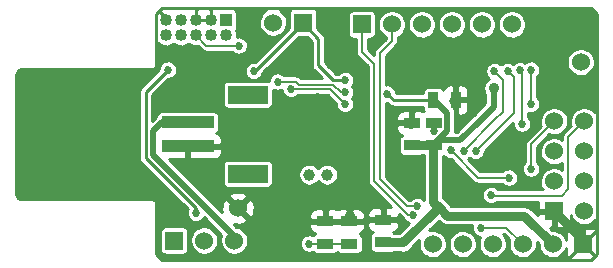
<source format=gbl>
G04 #@! TF.FileFunction,Copper,L2,Bot,Signal*
%FSLAX46Y46*%
G04 Gerber Fmt 4.6, Leading zero omitted, Abs format (unit mm)*
G04 Created by KiCad (PCBNEW (2015-01-02 BZR 5348)-product) date 1/13/2015 8:41:11 AM*
%MOMM*%
G01*
G04 APERTURE LIST*
%ADD10C,0.150000*%
%ADD11R,1.397000X0.889000*%
%ADD12R,1.016000X1.016000*%
%ADD13C,1.016000*%
%ADD14C,1.000760*%
%ADD15R,0.889000X1.397000*%
%ADD16R,4.500000X1.000000*%
%ADD17R,3.400000X1.500000*%
%ADD18R,1.524000X1.524000*%
%ADD19C,1.524000*%
%ADD20C,0.685800*%
%ADD21C,0.889000*%
%ADD22C,0.177800*%
%ADD23C,0.254000*%
%ADD24C,0.508000*%
%ADD25C,0.762000*%
G04 APERTURE END LIST*
D10*
D11*
X100650000Y-101252500D03*
X100650000Y-99347500D03*
D12*
X92270000Y-82365000D03*
D13*
X92270000Y-83635000D03*
X91000000Y-82365000D03*
X91000000Y-83635000D03*
X89730000Y-82365000D03*
X89730000Y-83635000D03*
X88460000Y-82365000D03*
X88460000Y-83635000D03*
X87190000Y-82365000D03*
X87190000Y-83635000D03*
D14*
X99309700Y-95420000D03*
X100808300Y-95420000D03*
D11*
X108000000Y-92952500D03*
X108000000Y-91047500D03*
D15*
X109797500Y-89100000D03*
X111702500Y-89100000D03*
D11*
X102700000Y-101252500D03*
X102700000Y-99347500D03*
X105550000Y-101152500D03*
X105550000Y-99247500D03*
D16*
X89000000Y-93000000D03*
X89000000Y-91000000D03*
D17*
X94100000Y-95350000D03*
X94100000Y-88650000D03*
D11*
X109838000Y-91038500D03*
X109838000Y-92943500D03*
D18*
X120030000Y-98510000D03*
D19*
X122570000Y-98510000D03*
X120030000Y-95970000D03*
X122570000Y-95970000D03*
X120030000Y-93430000D03*
X122570000Y-93430000D03*
X120030000Y-90890000D03*
X122570000Y-90890000D03*
D18*
X122450000Y-101300000D03*
D19*
X119910000Y-101300000D03*
X117370000Y-101300000D03*
X114830000Y-101300000D03*
X112290000Y-101300000D03*
X109750000Y-101300000D03*
D18*
X103750000Y-82700000D03*
D19*
X106290000Y-82700000D03*
X108830000Y-82700000D03*
X111370000Y-82700000D03*
X113910000Y-82700000D03*
X116450000Y-82700000D03*
D18*
X87860000Y-101000000D03*
D19*
X90400000Y-101000000D03*
X92940000Y-101000000D03*
X122284000Y-85895000D03*
X93264500Y-98252100D03*
D18*
X98776300Y-82542200D03*
D19*
X96236300Y-82542200D03*
D20*
X117140500Y-86580800D03*
X117331000Y-91102000D03*
X118093000Y-86530000D03*
X118093000Y-89451000D03*
X112378000Y-93438800D03*
X114981500Y-86657000D03*
X108441000Y-98087000D03*
X108060000Y-98849000D03*
X113863900Y-99928500D03*
X93328000Y-84498000D03*
X113394000Y-93438800D03*
X116086400Y-86618900D03*
X97773000Y-88181000D03*
X102345000Y-89451000D03*
X109838000Y-91737000D03*
X87359000Y-86530000D03*
X89708500Y-98658500D03*
D21*
X114905300Y-88104800D03*
X107247200Y-101147700D03*
D20*
X94598000Y-86657000D03*
X105901000Y-88562000D03*
X102345000Y-87419000D03*
X109950000Y-89200000D03*
X108000000Y-92800000D03*
X121903000Y-82593000D03*
X91296000Y-88816000D03*
X101075000Y-91610000D03*
X99043000Y-91610000D03*
X99043000Y-86149000D03*
X101075000Y-86149000D03*
X86978000Y-97833000D03*
D21*
X102748340Y-98948860D03*
D20*
X89137000Y-86403000D03*
X101964000Y-96436000D03*
X101964000Y-90582500D03*
X100059000Y-88870000D03*
X111500000Y-89200000D03*
X107950000Y-91250000D03*
X116226100Y-95674000D03*
X111260400Y-93362600D03*
X114700000Y-97150000D03*
X118093000Y-94912000D03*
X99297000Y-101262000D03*
X96630000Y-87546000D03*
X102345000Y-88435000D03*
D22*
X117331000Y-87774600D02*
X117331000Y-86771300D01*
X117331000Y-86771300D02*
X117140500Y-86580800D01*
X117331000Y-91102000D02*
X117331000Y-87774600D01*
X113902000Y-82720000D02*
X113910000Y-82700000D01*
X118093000Y-89451000D02*
X118093000Y-86530000D01*
X116442000Y-82847000D02*
X116450000Y-82700000D01*
X114981500Y-86657000D02*
X115705400Y-87380900D01*
X115705400Y-90111400D02*
X114981500Y-90835300D01*
X115705400Y-87380900D02*
X115705400Y-90111400D01*
X114981500Y-90835300D02*
X112378000Y-93438800D01*
X106282000Y-82720000D02*
X106282000Y-84117000D01*
X107552000Y-98087000D02*
X108441000Y-98087000D01*
X107552000Y-98087000D02*
X106790000Y-97325000D01*
X106790000Y-97325000D02*
X105266000Y-95801000D01*
X105266000Y-95801000D02*
X105266000Y-86276000D01*
X105266000Y-85133000D02*
X106282000Y-84117000D01*
X105266000Y-86276000D02*
X105266000Y-85133000D01*
X106282000Y-82720000D02*
X106290000Y-82700000D01*
X103750000Y-82700000D02*
X103750000Y-85014000D01*
X103750000Y-85014000D02*
X104758000Y-86022000D01*
X104758000Y-95928000D02*
X104758000Y-86022000D01*
X107679000Y-98849000D02*
X104758000Y-95928000D01*
X108060000Y-98849000D02*
X107679000Y-98849000D01*
X117370000Y-101300000D02*
X115998500Y-99928500D01*
X115998500Y-99928500D02*
X113863900Y-99928500D01*
X117356400Y-101312800D02*
X117370000Y-101300000D01*
X89730000Y-83635000D02*
X90593000Y-84498000D01*
X90593000Y-84498000D02*
X93328000Y-84498000D01*
X116086400Y-86618900D02*
X116619800Y-87152300D01*
X116619800Y-90213000D02*
X116086400Y-90746400D01*
X116619800Y-87152300D02*
X116619800Y-90213000D01*
X116086400Y-90746400D02*
X113394000Y-93438800D01*
X101075000Y-88181000D02*
X97773000Y-88181000D01*
X102345000Y-89451000D02*
X101075000Y-88181000D01*
X109838000Y-91737000D02*
X109838000Y-91102000D01*
X109838000Y-91102000D02*
X109838000Y-91038500D01*
X109838000Y-91102000D02*
X109838000Y-91038500D01*
D23*
X85454000Y-88828700D02*
X85454000Y-88435000D01*
X85454000Y-88435000D02*
X87359000Y-86530000D01*
X89708500Y-98277500D02*
X85454000Y-94023000D01*
X89708500Y-98658500D02*
X89708500Y-98277500D01*
D24*
X113727500Y-90848000D02*
X114905300Y-89670200D01*
X114905300Y-89670200D02*
X114905300Y-88104800D01*
X113727500Y-90848000D02*
X113727500Y-90857400D01*
X112085900Y-92499000D02*
X110251000Y-92499000D01*
X113727500Y-90857400D02*
X112085900Y-92499000D01*
X110251000Y-92499000D02*
X109838000Y-92943500D01*
D22*
X107247200Y-101147700D02*
X107247200Y-101152500D01*
X107247200Y-101152500D02*
X107280500Y-101152500D01*
D25*
X105550000Y-101152500D02*
X107280500Y-101152500D01*
X107280500Y-101152500D02*
X110264000Y-98169000D01*
D23*
X85454000Y-88828700D02*
X85454000Y-94023000D01*
X98740000Y-82600000D02*
X94683000Y-86657000D01*
X94683000Y-86657000D02*
X94598000Y-86657000D01*
X98740000Y-82600000D02*
X100059000Y-83919000D01*
X106439000Y-89100000D02*
X109554000Y-89100000D01*
X105901000Y-88562000D02*
X106439000Y-89100000D01*
X101329000Y-87419000D02*
X102345000Y-87419000D01*
X100059000Y-86149000D02*
X101329000Y-87419000D01*
X100059000Y-83919000D02*
X100059000Y-86149000D01*
X109554000Y-89100000D02*
X109584000Y-89070000D01*
X109584000Y-89070000D02*
X109797500Y-89100000D01*
D24*
X109797500Y-89100000D02*
X109868000Y-89100000D01*
X109868000Y-89100000D02*
X110981000Y-90213000D01*
X110981000Y-91769000D02*
X109797500Y-92952500D01*
X110981000Y-90213000D02*
X110981000Y-91769000D01*
X109797500Y-92952500D02*
X109838000Y-92943500D01*
D23*
X98789000Y-82593000D02*
X98740000Y-82600000D01*
D25*
X109797500Y-97702500D02*
X110264000Y-98169000D01*
X110264000Y-98169000D02*
X110995000Y-98900000D01*
X110995000Y-98900000D02*
X117510000Y-98900000D01*
X117510000Y-98900000D02*
X119910000Y-101300000D01*
X108000000Y-92952500D02*
X109797500Y-92952500D01*
X109650000Y-93000000D02*
X109797500Y-93000000D01*
X109750000Y-93000000D02*
X109650000Y-93000000D01*
X109797500Y-92952500D02*
X109750000Y-93000000D01*
X109797500Y-97702500D02*
X109797500Y-93000000D01*
D22*
X109950000Y-89200000D02*
X109850000Y-89100000D01*
X109850000Y-89100000D02*
X109797500Y-89100000D01*
X108000000Y-92800000D02*
X108000000Y-92952500D01*
D24*
X102726000Y-98849000D02*
X102748340Y-98871340D01*
X102748340Y-98871340D02*
X102748340Y-98948860D01*
D23*
X101964000Y-90582500D02*
X101964000Y-90594000D01*
X100059000Y-88870000D02*
X100059000Y-88816000D01*
X122450000Y-101300000D02*
X123491000Y-102341000D01*
X123427000Y-102278000D02*
X123427000Y-102405000D01*
X123490000Y-102341000D02*
X123427000Y-102278000D01*
X123491000Y-102341000D02*
X123490000Y-102341000D01*
X122450000Y-101300000D02*
X121091000Y-102659000D01*
X121091000Y-102659000D02*
X121014000Y-102659000D01*
X123681000Y-100069000D02*
X123681000Y-102151000D01*
X123681000Y-102151000D02*
X123427000Y-102405000D01*
X123427000Y-102405000D02*
X123173000Y-102659000D01*
X123173000Y-102659000D02*
X121014000Y-102659000D01*
X86343000Y-102151000D02*
X86343000Y-97706000D01*
X121014000Y-102659000D02*
X86851000Y-102659000D01*
X86851000Y-102659000D02*
X86343000Y-102151000D01*
X91000000Y-82365000D02*
X91000000Y-81323000D01*
X90915000Y-81450000D02*
X90915000Y-81323000D01*
X90915000Y-81408000D02*
X90915000Y-81450000D01*
X91000000Y-81323000D02*
X90915000Y-81408000D01*
X89730000Y-82365000D02*
X89730000Y-81323000D01*
X89772000Y-81450000D02*
X89772000Y-81323000D01*
X89772000Y-81365000D02*
X89772000Y-81450000D01*
X89730000Y-81323000D02*
X89772000Y-81365000D01*
X89730000Y-82365000D02*
X91000000Y-82365000D01*
X87190000Y-82365000D02*
X87190000Y-82170000D01*
X87190000Y-82170000D02*
X86597000Y-81577000D01*
X122450000Y-101300000D02*
X123681000Y-100069000D01*
X123173000Y-81323000D02*
X90915000Y-81323000D01*
X123681000Y-81831000D02*
X123173000Y-81323000D01*
X123681000Y-100069000D02*
X123681000Y-81831000D01*
X90915000Y-81323000D02*
X89772000Y-81323000D01*
X86343000Y-81831000D02*
X86343000Y-86403000D01*
X86851000Y-81323000D02*
X86597000Y-81577000D01*
X89772000Y-81323000D02*
X86851000Y-81323000D01*
X86597000Y-81577000D02*
X86343000Y-81831000D01*
D25*
X120030000Y-98510000D02*
X122450000Y-100930000D01*
X122450000Y-100930000D02*
X122450000Y-101300000D01*
D22*
X111500000Y-89200000D02*
X111600000Y-89100000D01*
X111600000Y-89100000D02*
X111702500Y-89100000D01*
X107950000Y-91250000D02*
X108000000Y-91200000D01*
X108000000Y-91200000D02*
X108000000Y-91047500D01*
X111260400Y-93362600D02*
X113571800Y-95674000D01*
X113571800Y-95674000D02*
X116226100Y-95674000D01*
X121250000Y-92210000D02*
X122570000Y-90890000D01*
X121250000Y-96650000D02*
X121250000Y-92210000D01*
X120700000Y-97200000D02*
X121250000Y-96650000D01*
X114750000Y-97200000D02*
X120700000Y-97200000D01*
X114700000Y-97150000D02*
X114750000Y-97200000D01*
X118093000Y-92827000D02*
X120030000Y-90890000D01*
X118093000Y-94912000D02*
X118093000Y-92827000D01*
X100650000Y-101252500D02*
X99306500Y-101252500D01*
X99306500Y-101252500D02*
X99297000Y-101262000D01*
X102700000Y-101252500D02*
X100650000Y-101252500D01*
X98154000Y-87546000D02*
X96630000Y-87546000D01*
X98408000Y-87800000D02*
X98154000Y-87546000D01*
X101329000Y-87800000D02*
X98408000Y-87800000D01*
X101964000Y-88435000D02*
X101329000Y-87800000D01*
X102091000Y-88435000D02*
X101964000Y-88435000D01*
X102345000Y-88435000D02*
X102091000Y-88435000D01*
D24*
X89000000Y-91000000D02*
X86826000Y-91000000D01*
X86826000Y-91000000D02*
X86089000Y-91737000D01*
X86089000Y-91737000D02*
X86089000Y-93769000D01*
X86089000Y-93769000D02*
X92940000Y-100620000D01*
X92940000Y-100620000D02*
X92940000Y-101000000D01*
D23*
G36*
X87383747Y-82379142D02*
X87204142Y-82558747D01*
X87190000Y-82544605D01*
X87175857Y-82558747D01*
X86996252Y-82379142D01*
X87010395Y-82365000D01*
X86996252Y-82350857D01*
X87175857Y-82171252D01*
X87190000Y-82185395D01*
X87204142Y-82171252D01*
X87383747Y-82350857D01*
X87369605Y-82365000D01*
X87383747Y-82379142D01*
X87383747Y-82379142D01*
G37*
X87383747Y-82379142D02*
X87204142Y-82558747D01*
X87190000Y-82544605D01*
X87175857Y-82558747D01*
X86996252Y-82379142D01*
X87010395Y-82365000D01*
X86996252Y-82350857D01*
X87175857Y-82171252D01*
X87190000Y-82185395D01*
X87204142Y-82171252D01*
X87383747Y-82350857D01*
X87369605Y-82365000D01*
X87383747Y-82379142D01*
G36*
X89858704Y-82285814D02*
X89854407Y-82447087D01*
X89854611Y-82448278D01*
X89744142Y-82558747D01*
X89730000Y-82544605D01*
X89715857Y-82558747D01*
X89536252Y-82379142D01*
X89550395Y-82365000D01*
X89536252Y-82350857D01*
X89715857Y-82171252D01*
X89730000Y-82185395D01*
X89744142Y-82171252D01*
X89858704Y-82285814D01*
X89858704Y-82285814D01*
G37*
X89858704Y-82285814D02*
X89854407Y-82447087D01*
X89854611Y-82448278D01*
X89744142Y-82558747D01*
X89730000Y-82544605D01*
X89715857Y-82558747D01*
X89536252Y-82379142D01*
X89550395Y-82365000D01*
X89536252Y-82350857D01*
X89715857Y-82171252D01*
X89730000Y-82185395D01*
X89744142Y-82171252D01*
X89858704Y-82285814D01*
G36*
X91193747Y-82379142D02*
X91014142Y-82558747D01*
X91000000Y-82544605D01*
X90985857Y-82558747D01*
X90871295Y-82444185D01*
X90875593Y-82282913D01*
X90875388Y-82281721D01*
X90985857Y-82171252D01*
X91000000Y-82185395D01*
X91014142Y-82171252D01*
X91193747Y-82350857D01*
X91179605Y-82365000D01*
X91193747Y-82379142D01*
X91193747Y-82379142D01*
G37*
X91193747Y-82379142D02*
X91014142Y-82558747D01*
X91000000Y-82544605D01*
X90985857Y-82558747D01*
X90871295Y-82444185D01*
X90875593Y-82282913D01*
X90875388Y-82281721D01*
X90985857Y-82171252D01*
X91000000Y-82185395D01*
X91014142Y-82171252D01*
X91193747Y-82350857D01*
X91179605Y-82365000D01*
X91193747Y-82379142D01*
G36*
X108997315Y-90039454D02*
X108883723Y-89992403D01*
X108761042Y-89968000D01*
X108635958Y-89968000D01*
X108285750Y-89968000D01*
X108127000Y-90126750D01*
X108127000Y-90920500D01*
X108147000Y-90920500D01*
X108147000Y-91174500D01*
X108127000Y-91174500D01*
X108127000Y-91194500D01*
X107873000Y-91194500D01*
X107873000Y-91174500D01*
X107873000Y-90920500D01*
X107873000Y-90126750D01*
X107714250Y-89968000D01*
X107364042Y-89968000D01*
X107238958Y-89968000D01*
X107116277Y-89992403D01*
X107000715Y-90040270D01*
X106896711Y-90109763D01*
X106808263Y-90198211D01*
X106738770Y-90302215D01*
X106690903Y-90417777D01*
X106666500Y-90540458D01*
X106666500Y-90761750D01*
X106825250Y-90920500D01*
X107873000Y-90920500D01*
X107873000Y-91174500D01*
X106825250Y-91174500D01*
X106666500Y-91333250D01*
X106666500Y-91554542D01*
X106690903Y-91677223D01*
X106738770Y-91792785D01*
X106808263Y-91896789D01*
X106896711Y-91985237D01*
X107000715Y-92054730D01*
X107116277Y-92102597D01*
X107142110Y-92107735D01*
X107115152Y-92116165D01*
X107013565Y-92183418D01*
X106934680Y-92276262D01*
X106884715Y-92387376D01*
X106867611Y-92508000D01*
X106867611Y-93397000D01*
X106873306Y-93467069D01*
X106909665Y-93583348D01*
X106976918Y-93684935D01*
X107069762Y-93763820D01*
X107180876Y-93813785D01*
X107301500Y-93830889D01*
X108698500Y-93830889D01*
X108768569Y-93825194D01*
X108884848Y-93788835D01*
X108920398Y-93765300D01*
X108931067Y-93765300D01*
X108984700Y-93789416D01*
X108984700Y-97535027D01*
X108937201Y-97487196D01*
X108811249Y-97402239D01*
X108671193Y-97343365D01*
X108522370Y-97312816D01*
X108370447Y-97311756D01*
X108221212Y-97340224D01*
X108080348Y-97397137D01*
X107953222Y-97480326D01*
X107865427Y-97566300D01*
X107767681Y-97566300D01*
X107158191Y-96956809D01*
X107158185Y-96956804D01*
X105786700Y-95585318D01*
X105786700Y-89330106D01*
X105808829Y-89334972D01*
X105885312Y-89336574D01*
X106043869Y-89495131D01*
X106083743Y-89527884D01*
X106123296Y-89561073D01*
X106125871Y-89562488D01*
X106128142Y-89564354D01*
X106173622Y-89588740D01*
X106218865Y-89613613D01*
X106221667Y-89614501D01*
X106224256Y-89615890D01*
X106273584Y-89630970D01*
X106322819Y-89646589D01*
X106325742Y-89646916D01*
X106328549Y-89647775D01*
X106379863Y-89652987D01*
X106431198Y-89658746D01*
X106436939Y-89658785D01*
X106437050Y-89658797D01*
X106437153Y-89658787D01*
X106439000Y-89658800D01*
X108919111Y-89658800D01*
X108919111Y-89798500D01*
X108924806Y-89868569D01*
X108961165Y-89984848D01*
X108997315Y-90039454D01*
X108997315Y-90039454D01*
G37*
X108997315Y-90039454D02*
X108883723Y-89992403D01*
X108761042Y-89968000D01*
X108635958Y-89968000D01*
X108285750Y-89968000D01*
X108127000Y-90126750D01*
X108127000Y-90920500D01*
X108147000Y-90920500D01*
X108147000Y-91174500D01*
X108127000Y-91174500D01*
X108127000Y-91194500D01*
X107873000Y-91194500D01*
X107873000Y-91174500D01*
X107873000Y-90920500D01*
X107873000Y-90126750D01*
X107714250Y-89968000D01*
X107364042Y-89968000D01*
X107238958Y-89968000D01*
X107116277Y-89992403D01*
X107000715Y-90040270D01*
X106896711Y-90109763D01*
X106808263Y-90198211D01*
X106738770Y-90302215D01*
X106690903Y-90417777D01*
X106666500Y-90540458D01*
X106666500Y-90761750D01*
X106825250Y-90920500D01*
X107873000Y-90920500D01*
X107873000Y-91174500D01*
X106825250Y-91174500D01*
X106666500Y-91333250D01*
X106666500Y-91554542D01*
X106690903Y-91677223D01*
X106738770Y-91792785D01*
X106808263Y-91896789D01*
X106896711Y-91985237D01*
X107000715Y-92054730D01*
X107116277Y-92102597D01*
X107142110Y-92107735D01*
X107115152Y-92116165D01*
X107013565Y-92183418D01*
X106934680Y-92276262D01*
X106884715Y-92387376D01*
X106867611Y-92508000D01*
X106867611Y-93397000D01*
X106873306Y-93467069D01*
X106909665Y-93583348D01*
X106976918Y-93684935D01*
X107069762Y-93763820D01*
X107180876Y-93813785D01*
X107301500Y-93830889D01*
X108698500Y-93830889D01*
X108768569Y-93825194D01*
X108884848Y-93788835D01*
X108920398Y-93765300D01*
X108931067Y-93765300D01*
X108984700Y-93789416D01*
X108984700Y-97535027D01*
X108937201Y-97487196D01*
X108811249Y-97402239D01*
X108671193Y-97343365D01*
X108522370Y-97312816D01*
X108370447Y-97311756D01*
X108221212Y-97340224D01*
X108080348Y-97397137D01*
X107953222Y-97480326D01*
X107865427Y-97566300D01*
X107767681Y-97566300D01*
X107158191Y-96956809D01*
X107158185Y-96956804D01*
X105786700Y-95585318D01*
X105786700Y-89330106D01*
X105808829Y-89334972D01*
X105885312Y-89336574D01*
X106043869Y-89495131D01*
X106083743Y-89527884D01*
X106123296Y-89561073D01*
X106125871Y-89562488D01*
X106128142Y-89564354D01*
X106173622Y-89588740D01*
X106218865Y-89613613D01*
X106221667Y-89614501D01*
X106224256Y-89615890D01*
X106273584Y-89630970D01*
X106322819Y-89646589D01*
X106325742Y-89646916D01*
X106328549Y-89647775D01*
X106379863Y-89652987D01*
X106431198Y-89658746D01*
X106436939Y-89658785D01*
X106437050Y-89658797D01*
X106437153Y-89658787D01*
X106439000Y-89658800D01*
X108919111Y-89658800D01*
X108919111Y-89798500D01*
X108924806Y-89868569D01*
X108961165Y-89984848D01*
X108997315Y-90039454D01*
G36*
X123518200Y-99978888D02*
X123512785Y-99975270D01*
X123397223Y-99927403D01*
X123274542Y-99903000D01*
X122735750Y-99903000D01*
X122577000Y-100061750D01*
X122577000Y-101173000D01*
X122597000Y-101173000D01*
X122597000Y-101427000D01*
X122577000Y-101427000D01*
X122577000Y-101447000D01*
X122323000Y-101447000D01*
X122323000Y-101427000D01*
X122303000Y-101427000D01*
X122303000Y-101173000D01*
X122323000Y-101173000D01*
X122323000Y-100061750D01*
X122164250Y-99903000D01*
X121625458Y-99903000D01*
X121502777Y-99927403D01*
X121387215Y-99975270D01*
X121283211Y-100044763D01*
X121194763Y-100133211D01*
X121125270Y-100237215D01*
X121077403Y-100352777D01*
X121053000Y-100475458D01*
X121053000Y-100600542D01*
X121053000Y-100940238D01*
X120969163Y-100736833D01*
X120839605Y-100541833D01*
X120674639Y-100375711D01*
X120480547Y-100244795D01*
X120264724Y-100154071D01*
X120035390Y-100106995D01*
X119865280Y-100105807D01*
X119666472Y-99907000D01*
X119744250Y-99907000D01*
X119903000Y-99748250D01*
X119903000Y-98637000D01*
X118791750Y-98637000D01*
X118633000Y-98795750D01*
X118633000Y-98873527D01*
X118084736Y-98325264D01*
X118026716Y-98277606D01*
X117969205Y-98229348D01*
X117965460Y-98227289D01*
X117962157Y-98224576D01*
X117895991Y-98189098D01*
X117830196Y-98152927D01*
X117826121Y-98151634D01*
X117822355Y-98149615D01*
X117750579Y-98127671D01*
X117678991Y-98104962D01*
X117674741Y-98104485D01*
X117670655Y-98103236D01*
X117595982Y-98095650D01*
X117521348Y-98087279D01*
X117512992Y-98087220D01*
X117512837Y-98087205D01*
X117512691Y-98087218D01*
X117510000Y-98087200D01*
X111331672Y-98087200D01*
X110838808Y-97594336D01*
X110838737Y-97594264D01*
X110610300Y-97365827D01*
X110610300Y-93815027D01*
X110626937Y-93809825D01*
X110650335Y-93846131D01*
X110755872Y-93955418D01*
X110880627Y-94042124D01*
X111019846Y-94102948D01*
X111168229Y-94135572D01*
X111299745Y-94138327D01*
X113203609Y-96042190D01*
X113240740Y-96072690D01*
X113277622Y-96103637D01*
X113280024Y-96104957D01*
X113282137Y-96106693D01*
X113324461Y-96129387D01*
X113366674Y-96152594D01*
X113369287Y-96153423D01*
X113371697Y-96154715D01*
X113417663Y-96168768D01*
X113463540Y-96183321D01*
X113466260Y-96183626D01*
X113468880Y-96184427D01*
X113516712Y-96189285D01*
X113564530Y-96194649D01*
X113569890Y-96194686D01*
X113569983Y-96194696D01*
X113570069Y-96194687D01*
X113571800Y-96194700D01*
X115651928Y-96194700D01*
X115721572Y-96266818D01*
X115846327Y-96353524D01*
X115985546Y-96414348D01*
X116133929Y-96446972D01*
X116285822Y-96450154D01*
X116435440Y-96423772D01*
X116577085Y-96368832D01*
X116705360Y-96287425D01*
X116815381Y-96182654D01*
X116902957Y-96058508D01*
X116964751Y-95919716D01*
X116998410Y-95771565D01*
X117000833Y-95598037D01*
X116971323Y-95449004D01*
X116913429Y-95308541D01*
X116829354Y-95181998D01*
X116722301Y-95074196D01*
X116596349Y-94989239D01*
X116456293Y-94930365D01*
X116307470Y-94899816D01*
X116155547Y-94898756D01*
X116006312Y-94927224D01*
X115865448Y-94984137D01*
X115738322Y-95067326D01*
X115650527Y-95153300D01*
X113787481Y-95153300D01*
X112752738Y-94118557D01*
X112857260Y-94052225D01*
X112884407Y-94026373D01*
X112889472Y-94031618D01*
X113014227Y-94118324D01*
X113153446Y-94179148D01*
X113301829Y-94211772D01*
X113453722Y-94214954D01*
X113603340Y-94188572D01*
X113744985Y-94133632D01*
X113873260Y-94052225D01*
X113983281Y-93947454D01*
X114070857Y-93823308D01*
X114132651Y-93684516D01*
X114166310Y-93536365D01*
X114168200Y-93400981D01*
X116454520Y-91114660D01*
X116454591Y-91114591D01*
X116454591Y-91114590D01*
X116558333Y-91010847D01*
X116557403Y-91015227D01*
X116555282Y-91167139D01*
X116582708Y-91316569D01*
X116638636Y-91457827D01*
X116720935Y-91585531D01*
X116826472Y-91694818D01*
X116951227Y-91781524D01*
X117090446Y-91842348D01*
X117238829Y-91874972D01*
X117390722Y-91878154D01*
X117540340Y-91851772D01*
X117681985Y-91796832D01*
X117810260Y-91715425D01*
X117920281Y-91610654D01*
X118007857Y-91486508D01*
X118069651Y-91347716D01*
X118103310Y-91199565D01*
X118105733Y-91026037D01*
X118076223Y-90877004D01*
X118018329Y-90736541D01*
X117934254Y-90609998D01*
X117851700Y-90526866D01*
X117851700Y-90191022D01*
X117852446Y-90191348D01*
X118000829Y-90223972D01*
X118152722Y-90227154D01*
X118302340Y-90200772D01*
X118443985Y-90145832D01*
X118572260Y-90064425D01*
X118682281Y-89959654D01*
X118769857Y-89835508D01*
X118831651Y-89696716D01*
X118865310Y-89548565D01*
X118867733Y-89375037D01*
X118838223Y-89226004D01*
X118780329Y-89085541D01*
X118696254Y-88958998D01*
X118613700Y-88875866D01*
X118613700Y-87103962D01*
X118682281Y-87038654D01*
X118769857Y-86914508D01*
X118831651Y-86775716D01*
X118865310Y-86627565D01*
X118867733Y-86454037D01*
X118838223Y-86305004D01*
X118780329Y-86164541D01*
X118696254Y-86037998D01*
X118589201Y-85930196D01*
X118463249Y-85845239D01*
X118323193Y-85786365D01*
X118174370Y-85755816D01*
X118022447Y-85754756D01*
X117873212Y-85783224D01*
X117732348Y-85840137D01*
X117643851Y-85898047D01*
X117643851Y-82582942D01*
X117598377Y-82353284D01*
X117509163Y-82136833D01*
X117379605Y-81941833D01*
X117214639Y-81775711D01*
X117020547Y-81644795D01*
X116804724Y-81554071D01*
X116575390Y-81506995D01*
X116341279Y-81505361D01*
X116111310Y-81549230D01*
X115894241Y-81636931D01*
X115698341Y-81765125D01*
X115531071Y-81928927D01*
X115398804Y-82122100D01*
X115306575Y-82337284D01*
X115257900Y-82566285D01*
X115254631Y-82800378D01*
X115296894Y-83030648D01*
X115383077Y-83248324D01*
X115509900Y-83445114D01*
X115672531Y-83613523D01*
X115864775Y-83747136D01*
X116079311Y-83840865D01*
X116307965Y-83891138D01*
X116542030Y-83896041D01*
X116772590Y-83855387D01*
X116990862Y-83770725D01*
X117188533Y-83645279D01*
X117358073Y-83483828D01*
X117493025Y-83292521D01*
X117588249Y-83078645D01*
X117640117Y-82850347D01*
X117643851Y-82582942D01*
X117643851Y-85898047D01*
X117605222Y-85923326D01*
X117583189Y-85944901D01*
X117510749Y-85896039D01*
X117370693Y-85837165D01*
X117221870Y-85806616D01*
X117069947Y-85805556D01*
X116920712Y-85834024D01*
X116779848Y-85890937D01*
X116652722Y-85974126D01*
X116594531Y-86031109D01*
X116582601Y-86019096D01*
X116456649Y-85934139D01*
X116316593Y-85875265D01*
X116167770Y-85844716D01*
X116015847Y-85843656D01*
X115866612Y-85872124D01*
X115725748Y-85929037D01*
X115598622Y-86012226D01*
X115514676Y-86094430D01*
X115477701Y-86057196D01*
X115351749Y-85972239D01*
X115211693Y-85913365D01*
X115103851Y-85891228D01*
X115103851Y-82582942D01*
X115058377Y-82353284D01*
X114969163Y-82136833D01*
X114839605Y-81941833D01*
X114674639Y-81775711D01*
X114480547Y-81644795D01*
X114264724Y-81554071D01*
X114035390Y-81506995D01*
X113801279Y-81505361D01*
X113571310Y-81549230D01*
X113354241Y-81636931D01*
X113158341Y-81765125D01*
X112991071Y-81928927D01*
X112858804Y-82122100D01*
X112766575Y-82337284D01*
X112717900Y-82566285D01*
X112714631Y-82800378D01*
X112756894Y-83030648D01*
X112843077Y-83248324D01*
X112969900Y-83445114D01*
X113132531Y-83613523D01*
X113324775Y-83747136D01*
X113539311Y-83840865D01*
X113767965Y-83891138D01*
X114002030Y-83896041D01*
X114232590Y-83855387D01*
X114450862Y-83770725D01*
X114648533Y-83645279D01*
X114818073Y-83483828D01*
X114953025Y-83292521D01*
X115048249Y-83078645D01*
X115100117Y-82850347D01*
X115103851Y-82582942D01*
X115103851Y-85891228D01*
X115062870Y-85882816D01*
X114910947Y-85881756D01*
X114761712Y-85910224D01*
X114620848Y-85967137D01*
X114493722Y-86050326D01*
X114385174Y-86156623D01*
X114299341Y-86281980D01*
X114239491Y-86421621D01*
X114207903Y-86570227D01*
X114205782Y-86722139D01*
X114233208Y-86871569D01*
X114289136Y-87012827D01*
X114371435Y-87140531D01*
X114476972Y-87249818D01*
X114552380Y-87302227D01*
X114497349Y-87324462D01*
X114353550Y-87418562D01*
X114230767Y-87538800D01*
X114133677Y-87680597D01*
X114065977Y-87838551D01*
X114030248Y-88006647D01*
X114027848Y-88178482D01*
X114058871Y-88347510D01*
X114122133Y-88507293D01*
X114215227Y-88651745D01*
X114219500Y-88656169D01*
X114219500Y-89386132D01*
X113242566Y-90363066D01*
X113202349Y-90412027D01*
X113198930Y-90416101D01*
X112782000Y-90833031D01*
X112782000Y-89861042D01*
X112782000Y-89735958D01*
X112782000Y-89385750D01*
X112782000Y-88814250D01*
X112782000Y-88464042D01*
X112782000Y-88338958D01*
X112757597Y-88216277D01*
X112709730Y-88100715D01*
X112640237Y-87996711D01*
X112563851Y-87920325D01*
X112563851Y-82582942D01*
X112518377Y-82353284D01*
X112429163Y-82136833D01*
X112299605Y-81941833D01*
X112134639Y-81775711D01*
X111940547Y-81644795D01*
X111724724Y-81554071D01*
X111495390Y-81506995D01*
X111261279Y-81505361D01*
X111031310Y-81549230D01*
X110814241Y-81636931D01*
X110618341Y-81765125D01*
X110451071Y-81928927D01*
X110318804Y-82122100D01*
X110226575Y-82337284D01*
X110177900Y-82566285D01*
X110174631Y-82800378D01*
X110216894Y-83030648D01*
X110303077Y-83248324D01*
X110429900Y-83445114D01*
X110592531Y-83613523D01*
X110784775Y-83747136D01*
X110999311Y-83840865D01*
X111227965Y-83891138D01*
X111462030Y-83896041D01*
X111692590Y-83855387D01*
X111910862Y-83770725D01*
X112108533Y-83645279D01*
X112278073Y-83483828D01*
X112413025Y-83292521D01*
X112508249Y-83078645D01*
X112560117Y-82850347D01*
X112563851Y-82582942D01*
X112563851Y-87920325D01*
X112551789Y-87908263D01*
X112447785Y-87838770D01*
X112332223Y-87790903D01*
X112209542Y-87766500D01*
X111988250Y-87766500D01*
X111829500Y-87925250D01*
X111829500Y-88973000D01*
X112623250Y-88973000D01*
X112782000Y-88814250D01*
X112782000Y-89385750D01*
X112623250Y-89227000D01*
X111829500Y-89227000D01*
X111829500Y-90274750D01*
X111988250Y-90433500D01*
X112209542Y-90433500D01*
X112332223Y-90409097D01*
X112447785Y-90361230D01*
X112551789Y-90291737D01*
X112640237Y-90203289D01*
X112709730Y-90099285D01*
X112757597Y-89983723D01*
X112782000Y-89861042D01*
X112782000Y-90833031D01*
X111801832Y-91813200D01*
X111662849Y-91813200D01*
X111666733Y-91778575D01*
X111666782Y-91771528D01*
X111666796Y-91771394D01*
X111666784Y-91771268D01*
X111666800Y-91769000D01*
X111666800Y-90213000D01*
X111660616Y-90149933D01*
X111655097Y-90086846D01*
X111654090Y-90083382D01*
X111653739Y-90079794D01*
X111635431Y-90019155D01*
X111617756Y-89958316D01*
X111616096Y-89955113D01*
X111615054Y-89951662D01*
X111585331Y-89895762D01*
X111575500Y-89876795D01*
X111575500Y-89227000D01*
X111555500Y-89227000D01*
X111555500Y-88973000D01*
X111575500Y-88973000D01*
X111575500Y-87925250D01*
X111416750Y-87766500D01*
X111195458Y-87766500D01*
X111072777Y-87790903D01*
X110957215Y-87838770D01*
X110853211Y-87908263D01*
X110764763Y-87996711D01*
X110695270Y-88100715D01*
X110647403Y-88216277D01*
X110642264Y-88242110D01*
X110633835Y-88215152D01*
X110566582Y-88113565D01*
X110473738Y-88034680D01*
X110362624Y-87984715D01*
X110242000Y-87967611D01*
X110023851Y-87967611D01*
X110023851Y-82582942D01*
X109978377Y-82353284D01*
X109889163Y-82136833D01*
X109759605Y-81941833D01*
X109594639Y-81775711D01*
X109400547Y-81644795D01*
X109184724Y-81554071D01*
X108955390Y-81506995D01*
X108721279Y-81505361D01*
X108491310Y-81549230D01*
X108274241Y-81636931D01*
X108078341Y-81765125D01*
X107911071Y-81928927D01*
X107778804Y-82122100D01*
X107686575Y-82337284D01*
X107637900Y-82566285D01*
X107634631Y-82800378D01*
X107676894Y-83030648D01*
X107763077Y-83248324D01*
X107889900Y-83445114D01*
X108052531Y-83613523D01*
X108244775Y-83747136D01*
X108459311Y-83840865D01*
X108687965Y-83891138D01*
X108922030Y-83896041D01*
X109152590Y-83855387D01*
X109370862Y-83770725D01*
X109568533Y-83645279D01*
X109738073Y-83483828D01*
X109873025Y-83292521D01*
X109968249Y-83078645D01*
X110020117Y-82850347D01*
X110023851Y-82582942D01*
X110023851Y-87967611D01*
X109353000Y-87967611D01*
X109282931Y-87973306D01*
X109166652Y-88009665D01*
X109065065Y-88076918D01*
X108986180Y-88169762D01*
X108936215Y-88280876D01*
X108919111Y-88401500D01*
X108919111Y-88541200D01*
X106674962Y-88541200D01*
X106675733Y-88486037D01*
X106646223Y-88337004D01*
X106588329Y-88196541D01*
X106504254Y-88069998D01*
X106397201Y-87962196D01*
X106271249Y-87877239D01*
X106131193Y-87818365D01*
X105982370Y-87787816D01*
X105830447Y-87786756D01*
X105786700Y-87795101D01*
X105786700Y-86276000D01*
X105786700Y-85348681D01*
X106650191Y-84485190D01*
X106680717Y-84448027D01*
X106711637Y-84411178D01*
X106712955Y-84408779D01*
X106714694Y-84406663D01*
X106737408Y-84364299D01*
X106760594Y-84322126D01*
X106761422Y-84319512D01*
X106762715Y-84317103D01*
X106776768Y-84271136D01*
X106791321Y-84225260D01*
X106791626Y-84222539D01*
X106792427Y-84219920D01*
X106797285Y-84172087D01*
X106802649Y-84124270D01*
X106802686Y-84118909D01*
X106802696Y-84118817D01*
X106802687Y-84118730D01*
X106802700Y-84117000D01*
X106802700Y-83781648D01*
X106830862Y-83770725D01*
X107028533Y-83645279D01*
X107198073Y-83483828D01*
X107333025Y-83292521D01*
X107428249Y-83078645D01*
X107480117Y-82850347D01*
X107483851Y-82582942D01*
X107438377Y-82353284D01*
X107349163Y-82136833D01*
X107219605Y-81941833D01*
X107054639Y-81775711D01*
X106860547Y-81644795D01*
X106644724Y-81554071D01*
X106415390Y-81506995D01*
X106181279Y-81505361D01*
X105951310Y-81549230D01*
X105734241Y-81636931D01*
X105538341Y-81765125D01*
X105371071Y-81928927D01*
X105238804Y-82122100D01*
X105146575Y-82337284D01*
X105097900Y-82566285D01*
X105094631Y-82800378D01*
X105136894Y-83030648D01*
X105223077Y-83248324D01*
X105349900Y-83445114D01*
X105512531Y-83613523D01*
X105704775Y-83747136D01*
X105761300Y-83771831D01*
X105761300Y-83901318D01*
X104897809Y-84764809D01*
X104867284Y-84801970D01*
X104836363Y-84838822D01*
X104835042Y-84841224D01*
X104833307Y-84843337D01*
X104810612Y-84885661D01*
X104787406Y-84927874D01*
X104786576Y-84930487D01*
X104785285Y-84932897D01*
X104771231Y-84978863D01*
X104756679Y-85024740D01*
X104756373Y-85027460D01*
X104755573Y-85030080D01*
X104750714Y-85077912D01*
X104745351Y-85125730D01*
X104745313Y-85131090D01*
X104745304Y-85131183D01*
X104745312Y-85131269D01*
X104745300Y-85133000D01*
X104745300Y-85272918D01*
X104270700Y-84798318D01*
X104270700Y-83895889D01*
X104512000Y-83895889D01*
X104582069Y-83890194D01*
X104698348Y-83853835D01*
X104799935Y-83786582D01*
X104878820Y-83693738D01*
X104928785Y-83582624D01*
X104945889Y-83462000D01*
X104945889Y-81938000D01*
X104940194Y-81867931D01*
X104903835Y-81751652D01*
X104836582Y-81650065D01*
X104743738Y-81571180D01*
X104632624Y-81521215D01*
X104512000Y-81504111D01*
X102988000Y-81504111D01*
X102917931Y-81509806D01*
X102801652Y-81546165D01*
X102700065Y-81613418D01*
X102621180Y-81706262D01*
X102571215Y-81817376D01*
X102554111Y-81938000D01*
X102554111Y-83462000D01*
X102559806Y-83532069D01*
X102596165Y-83648348D01*
X102663418Y-83749935D01*
X102756262Y-83828820D01*
X102867376Y-83878785D01*
X102988000Y-83895889D01*
X103229300Y-83895889D01*
X103229300Y-85014000D01*
X103233991Y-85061849D01*
X103238186Y-85109784D01*
X103238949Y-85112413D01*
X103239217Y-85115138D01*
X103253110Y-85161154D01*
X103266537Y-85207371D01*
X103267798Y-85209804D01*
X103268589Y-85212423D01*
X103291157Y-85254867D01*
X103313304Y-85297593D01*
X103315012Y-85299732D01*
X103316298Y-85302151D01*
X103346695Y-85339421D01*
X103376705Y-85377014D01*
X103380468Y-85380831D01*
X103380527Y-85380903D01*
X103380592Y-85380957D01*
X103381809Y-85382191D01*
X104237300Y-86237681D01*
X104237300Y-95928000D01*
X104241991Y-95975849D01*
X104246186Y-96023784D01*
X104246949Y-96026413D01*
X104247217Y-96029138D01*
X104261110Y-96075154D01*
X104274537Y-96121371D01*
X104275798Y-96123804D01*
X104276589Y-96126423D01*
X104299157Y-96168867D01*
X104321304Y-96211593D01*
X104323012Y-96213732D01*
X104324298Y-96216151D01*
X104354695Y-96253421D01*
X104384705Y-96291014D01*
X104388468Y-96294831D01*
X104388527Y-96294903D01*
X104388592Y-96294957D01*
X104389809Y-96296191D01*
X106261618Y-98168000D01*
X106185958Y-98168000D01*
X105835750Y-98168000D01*
X105677000Y-98326750D01*
X105677000Y-99120500D01*
X106724750Y-99120500D01*
X106883500Y-98961750D01*
X106883500Y-98789881D01*
X107310810Y-99217191D01*
X107347972Y-99247717D01*
X107384822Y-99278637D01*
X107387220Y-99279955D01*
X107389337Y-99281694D01*
X107431700Y-99304408D01*
X107431872Y-99304503D01*
X107449935Y-99332531D01*
X107555472Y-99441818D01*
X107680227Y-99528524D01*
X107732267Y-99551260D01*
X106968308Y-100315219D01*
X106907715Y-100339700D01*
X106476946Y-100339700D01*
X106406484Y-100308015D01*
X106433723Y-100302597D01*
X106549285Y-100254730D01*
X106653289Y-100185237D01*
X106741737Y-100096789D01*
X106811230Y-99992785D01*
X106859097Y-99877223D01*
X106883500Y-99754542D01*
X106883500Y-99533250D01*
X106724750Y-99374500D01*
X105677000Y-99374500D01*
X105677000Y-99394500D01*
X105423000Y-99394500D01*
X105423000Y-99374500D01*
X105423000Y-99120500D01*
X105423000Y-98326750D01*
X105264250Y-98168000D01*
X104914042Y-98168000D01*
X104788958Y-98168000D01*
X104666277Y-98192403D01*
X104550715Y-98240270D01*
X104446711Y-98309763D01*
X104358263Y-98398211D01*
X104288770Y-98502215D01*
X104240903Y-98617777D01*
X104216500Y-98740458D01*
X104216500Y-98961750D01*
X104375250Y-99120500D01*
X105423000Y-99120500D01*
X105423000Y-99374500D01*
X104375250Y-99374500D01*
X104216500Y-99533250D01*
X104216500Y-99754542D01*
X104240903Y-99877223D01*
X104288770Y-99992785D01*
X104358263Y-100096789D01*
X104446711Y-100185237D01*
X104550715Y-100254730D01*
X104666277Y-100302597D01*
X104692110Y-100307735D01*
X104665152Y-100316165D01*
X104563565Y-100383418D01*
X104484680Y-100476262D01*
X104434715Y-100587376D01*
X104417611Y-100708000D01*
X104417611Y-101597000D01*
X104423306Y-101667069D01*
X104459665Y-101783348D01*
X104526918Y-101884935D01*
X104619762Y-101963820D01*
X104730876Y-102013785D01*
X104851500Y-102030889D01*
X106248500Y-102030889D01*
X106318569Y-102025194D01*
X106434848Y-101988835D01*
X106470398Y-101965300D01*
X106929678Y-101965300D01*
X106975098Y-101985143D01*
X107142941Y-102022046D01*
X107314754Y-102025645D01*
X107483995Y-101995803D01*
X107644216Y-101933658D01*
X107789315Y-101841575D01*
X107913764Y-101723063D01*
X108012825Y-101582636D01*
X108023249Y-101559222D01*
X108596152Y-100986320D01*
X108557900Y-101166285D01*
X108554631Y-101400378D01*
X108596894Y-101630648D01*
X108683077Y-101848324D01*
X108809900Y-102045114D01*
X108972531Y-102213523D01*
X109164775Y-102347136D01*
X109379311Y-102440865D01*
X109607965Y-102491138D01*
X109842030Y-102496041D01*
X110072590Y-102455387D01*
X110290862Y-102370725D01*
X110488533Y-102245279D01*
X110658073Y-102083828D01*
X110793025Y-101892521D01*
X110888249Y-101678645D01*
X110940117Y-101450347D01*
X110943851Y-101182942D01*
X110898377Y-100953284D01*
X110809163Y-100736833D01*
X110679605Y-100541833D01*
X110514639Y-100375711D01*
X110320547Y-100244795D01*
X110104724Y-100154071D01*
X109875390Y-100106995D01*
X109641279Y-100105361D01*
X109438412Y-100144059D01*
X110264000Y-99318472D01*
X110420264Y-99474736D01*
X110478283Y-99522393D01*
X110535795Y-99570652D01*
X110539539Y-99572710D01*
X110542843Y-99575424D01*
X110609008Y-99610901D01*
X110674804Y-99647073D01*
X110678878Y-99648365D01*
X110682645Y-99650385D01*
X110754420Y-99672328D01*
X110826009Y-99695038D01*
X110830258Y-99695514D01*
X110834345Y-99696764D01*
X110909017Y-99704349D01*
X110983652Y-99712721D01*
X110992007Y-99712779D01*
X110992163Y-99712795D01*
X110992308Y-99712781D01*
X110995000Y-99712800D01*
X113117707Y-99712800D01*
X113090303Y-99841727D01*
X113088182Y-99993639D01*
X113115608Y-100143069D01*
X113171536Y-100284327D01*
X113253835Y-100412031D01*
X113359372Y-100521318D01*
X113484127Y-100608024D01*
X113623346Y-100668848D01*
X113771729Y-100701472D01*
X113792628Y-100701909D01*
X113778804Y-100722100D01*
X113686575Y-100937284D01*
X113637900Y-101166285D01*
X113634631Y-101400378D01*
X113676894Y-101630648D01*
X113763077Y-101848324D01*
X113889900Y-102045114D01*
X114052531Y-102213523D01*
X114244775Y-102347136D01*
X114459311Y-102440865D01*
X114687965Y-102491138D01*
X114922030Y-102496041D01*
X115152590Y-102455387D01*
X115370862Y-102370725D01*
X115568533Y-102245279D01*
X115738073Y-102083828D01*
X115873025Y-101892521D01*
X115968249Y-101678645D01*
X116020117Y-101450347D01*
X116023851Y-101182942D01*
X115978377Y-100953284D01*
X115889163Y-100736833D01*
X115759605Y-100541833D01*
X115667616Y-100449200D01*
X115782818Y-100449200D01*
X116239873Y-100906255D01*
X116226575Y-100937284D01*
X116177900Y-101166285D01*
X116174631Y-101400378D01*
X116216894Y-101630648D01*
X116303077Y-101848324D01*
X116429900Y-102045114D01*
X116592531Y-102213523D01*
X116784775Y-102347136D01*
X116999311Y-102440865D01*
X117227965Y-102491138D01*
X117462030Y-102496041D01*
X117692590Y-102455387D01*
X117910862Y-102370725D01*
X118108533Y-102245279D01*
X118278073Y-102083828D01*
X118413025Y-101892521D01*
X118508249Y-101678645D01*
X118560117Y-101450347D01*
X118563851Y-101182942D01*
X118544193Y-101083666D01*
X118716645Y-101256118D01*
X118714631Y-101400378D01*
X118756894Y-101630648D01*
X118843077Y-101848324D01*
X118969900Y-102045114D01*
X119132531Y-102213523D01*
X119324775Y-102347136D01*
X119539311Y-102440865D01*
X119767965Y-102491138D01*
X120002030Y-102496041D01*
X120232590Y-102455387D01*
X120450862Y-102370725D01*
X120648533Y-102245279D01*
X120818073Y-102083828D01*
X120953025Y-101892521D01*
X121048249Y-101678645D01*
X121053000Y-101657733D01*
X121053000Y-101999458D01*
X121053000Y-102124542D01*
X121077403Y-102247223D01*
X121125270Y-102362785D01*
X121194763Y-102466789D01*
X121246174Y-102518200D01*
X113483851Y-102518200D01*
X113483851Y-101182942D01*
X113438377Y-100953284D01*
X113349163Y-100736833D01*
X113219605Y-100541833D01*
X113054639Y-100375711D01*
X112860547Y-100244795D01*
X112644724Y-100154071D01*
X112415390Y-100106995D01*
X112181279Y-100105361D01*
X111951310Y-100149230D01*
X111734241Y-100236931D01*
X111538341Y-100365125D01*
X111371071Y-100528927D01*
X111238804Y-100722100D01*
X111146575Y-100937284D01*
X111097900Y-101166285D01*
X111094631Y-101400378D01*
X111136894Y-101630648D01*
X111223077Y-101848324D01*
X111349900Y-102045114D01*
X111512531Y-102213523D01*
X111704775Y-102347136D01*
X111919311Y-102440865D01*
X112147965Y-102491138D01*
X112382030Y-102496041D01*
X112612590Y-102455387D01*
X112830862Y-102370725D01*
X113028533Y-102245279D01*
X113198073Y-102083828D01*
X113333025Y-101892521D01*
X113428249Y-101678645D01*
X113480117Y-101450347D01*
X113483851Y-101182942D01*
X113483851Y-102518200D01*
X104033500Y-102518200D01*
X104033500Y-99854542D01*
X104033500Y-99633250D01*
X104033500Y-99061750D01*
X104033500Y-98840458D01*
X104009097Y-98717777D01*
X103961230Y-98602215D01*
X103891737Y-98498211D01*
X103803289Y-98409763D01*
X103699285Y-98340270D01*
X103583723Y-98292403D01*
X103461042Y-98268000D01*
X103335958Y-98268000D01*
X102985750Y-98268000D01*
X102827000Y-98426750D01*
X102827000Y-99220500D01*
X103874750Y-99220500D01*
X104033500Y-99061750D01*
X104033500Y-99633250D01*
X103874750Y-99474500D01*
X102827000Y-99474500D01*
X102827000Y-99494500D01*
X102573000Y-99494500D01*
X102573000Y-99474500D01*
X102573000Y-99220500D01*
X102573000Y-98426750D01*
X102414250Y-98268000D01*
X102064042Y-98268000D01*
X101938958Y-98268000D01*
X101816277Y-98292403D01*
X101740520Y-98323782D01*
X101740520Y-95328595D01*
X101705012Y-95149267D01*
X101635348Y-94980251D01*
X101534183Y-94827984D01*
X101405369Y-94698268D01*
X101253812Y-94596042D01*
X101085287Y-94525200D01*
X100906211Y-94488441D01*
X100723405Y-94487165D01*
X100543834Y-94521420D01*
X100374335Y-94589902D01*
X100221366Y-94690002D01*
X100090754Y-94817907D01*
X100059354Y-94863763D01*
X100035583Y-94827984D01*
X99906769Y-94698268D01*
X99755212Y-94596042D01*
X99586687Y-94525200D01*
X99407611Y-94488441D01*
X99224805Y-94487165D01*
X99045234Y-94521420D01*
X98875735Y-94589902D01*
X98722766Y-94690002D01*
X98592154Y-94817907D01*
X98488872Y-94968746D01*
X98416856Y-95136773D01*
X98378848Y-95315588D01*
X98376295Y-95498380D01*
X98409296Y-95678187D01*
X98476593Y-95848159D01*
X98575622Y-96001823D01*
X98702613Y-96133325D01*
X98852727Y-96237657D01*
X99020247Y-96310845D01*
X99198792Y-96350101D01*
X99381562Y-96353929D01*
X99561595Y-96322185D01*
X99732032Y-96256076D01*
X99886384Y-96158122D01*
X100018770Y-96032053D01*
X100057928Y-95976541D01*
X100074222Y-96001823D01*
X100201213Y-96133325D01*
X100351327Y-96237657D01*
X100518847Y-96310845D01*
X100697392Y-96350101D01*
X100880162Y-96353929D01*
X101060195Y-96322185D01*
X101230632Y-96256076D01*
X101384984Y-96158122D01*
X101517370Y-96032053D01*
X101622747Y-95882670D01*
X101697103Y-95715665D01*
X101737604Y-95537398D01*
X101740520Y-95328595D01*
X101740520Y-98323782D01*
X101700715Y-98340270D01*
X101675000Y-98357452D01*
X101649285Y-98340270D01*
X101533723Y-98292403D01*
X101411042Y-98268000D01*
X101285958Y-98268000D01*
X100935750Y-98268000D01*
X100777000Y-98426750D01*
X100777000Y-99220500D01*
X101525250Y-99220500D01*
X101824750Y-99220500D01*
X102573000Y-99220500D01*
X102573000Y-99474500D01*
X101824750Y-99474500D01*
X101525250Y-99474500D01*
X100777000Y-99474500D01*
X100777000Y-99494500D01*
X100523000Y-99494500D01*
X100523000Y-99474500D01*
X100523000Y-99220500D01*
X100523000Y-98426750D01*
X100364250Y-98268000D01*
X100014042Y-98268000D01*
X99888958Y-98268000D01*
X99766277Y-98292403D01*
X99650715Y-98340270D01*
X99546711Y-98409763D01*
X99458263Y-98498211D01*
X99388770Y-98602215D01*
X99340903Y-98717777D01*
X99316500Y-98840458D01*
X99316500Y-99061750D01*
X99475250Y-99220500D01*
X100523000Y-99220500D01*
X100523000Y-99474500D01*
X99475250Y-99474500D01*
X99316500Y-99633250D01*
X99316500Y-99854542D01*
X99340903Y-99977223D01*
X99388770Y-100092785D01*
X99458263Y-100196789D01*
X99546711Y-100285237D01*
X99650715Y-100354730D01*
X99766277Y-100402597D01*
X99792110Y-100407735D01*
X99765152Y-100416165D01*
X99663565Y-100483418D01*
X99605797Y-100551407D01*
X99527193Y-100518365D01*
X99378370Y-100487816D01*
X99226447Y-100486756D01*
X99077212Y-100515224D01*
X98936348Y-100572137D01*
X98809222Y-100655326D01*
X98700674Y-100761623D01*
X98614841Y-100886980D01*
X98554991Y-101026621D01*
X98523403Y-101175227D01*
X98521282Y-101327139D01*
X98548708Y-101476569D01*
X98604636Y-101617827D01*
X98686935Y-101745531D01*
X98792472Y-101854818D01*
X98917227Y-101941524D01*
X99056446Y-102002348D01*
X99204829Y-102034972D01*
X99356722Y-102038154D01*
X99506340Y-102011772D01*
X99616418Y-101969075D01*
X99626918Y-101984935D01*
X99719762Y-102063820D01*
X99830876Y-102113785D01*
X99951500Y-102130889D01*
X101348500Y-102130889D01*
X101418569Y-102125194D01*
X101534848Y-102088835D01*
X101636435Y-102021582D01*
X101672825Y-101978752D01*
X101676918Y-101984935D01*
X101769762Y-102063820D01*
X101880876Y-102113785D01*
X102001500Y-102130889D01*
X103398500Y-102130889D01*
X103468569Y-102125194D01*
X103584848Y-102088835D01*
X103686435Y-102021582D01*
X103765320Y-101928738D01*
X103815285Y-101817624D01*
X103832389Y-101697000D01*
X103832389Y-100808000D01*
X103826694Y-100737931D01*
X103790335Y-100621652D01*
X103723082Y-100520065D01*
X103630238Y-100441180D01*
X103556484Y-100408015D01*
X103583723Y-100402597D01*
X103699285Y-100354730D01*
X103803289Y-100285237D01*
X103891737Y-100196789D01*
X103961230Y-100092785D01*
X104009097Y-99977223D01*
X104033500Y-99854542D01*
X104033500Y-102518200D01*
X96233889Y-102518200D01*
X96233889Y-96100000D01*
X96233889Y-94600000D01*
X96228194Y-94529931D01*
X96191835Y-94413652D01*
X96124582Y-94312065D01*
X96031738Y-94233180D01*
X95920624Y-94183215D01*
X95800000Y-94166111D01*
X92400000Y-94166111D01*
X92329931Y-94171806D01*
X92213652Y-94208165D01*
X92112065Y-94275418D01*
X92033180Y-94368262D01*
X91983215Y-94479376D01*
X91966111Y-94600000D01*
X91966111Y-96100000D01*
X91971806Y-96170069D01*
X92008165Y-96286348D01*
X92075418Y-96387935D01*
X92168262Y-96466820D01*
X92279376Y-96516785D01*
X92400000Y-96533889D01*
X95800000Y-96533889D01*
X95870069Y-96528194D01*
X95986348Y-96491835D01*
X96087935Y-96424582D01*
X96166820Y-96331738D01*
X96216785Y-96220624D01*
X96233889Y-96100000D01*
X96233889Y-102518200D01*
X94666410Y-102518200D01*
X94666410Y-98180083D01*
X94625422Y-97907967D01*
X94532136Y-97649077D01*
X94470156Y-97533120D01*
X94230065Y-97466140D01*
X94050460Y-97645745D01*
X94050460Y-97286535D01*
X93983480Y-97046444D01*
X93734452Y-96929344D01*
X93467365Y-96863077D01*
X93192483Y-96850190D01*
X92920367Y-96891178D01*
X92661477Y-96984464D01*
X92545520Y-97046444D01*
X92478540Y-97286535D01*
X93264500Y-98072495D01*
X94050460Y-97286535D01*
X94050460Y-97645745D01*
X93444105Y-98252100D01*
X94230065Y-99038060D01*
X94470156Y-98971080D01*
X94587256Y-98722052D01*
X94653523Y-98454965D01*
X94666410Y-98180083D01*
X94666410Y-102518200D01*
X94133851Y-102518200D01*
X94133851Y-100882942D01*
X94088377Y-100653284D01*
X93999163Y-100436833D01*
X93869605Y-100241833D01*
X93704639Y-100075711D01*
X93510547Y-99944795D01*
X93294724Y-99854071D01*
X93104992Y-99815124D01*
X92887880Y-99598012D01*
X93061635Y-99641123D01*
X93336517Y-99654010D01*
X93608633Y-99613022D01*
X93867523Y-99519736D01*
X93983480Y-99457756D01*
X94050460Y-99217665D01*
X93264500Y-98431705D01*
X93250357Y-98445847D01*
X93070752Y-98266242D01*
X93084895Y-98252100D01*
X92298935Y-97466140D01*
X92058844Y-97533120D01*
X91941744Y-97782148D01*
X91885000Y-98010852D01*
X91885000Y-93562542D01*
X91885000Y-93285750D01*
X91726250Y-93127000D01*
X89127000Y-93127000D01*
X89127000Y-93976250D01*
X89285750Y-94135000D01*
X91187458Y-94135000D01*
X91312542Y-94135000D01*
X91435223Y-94110597D01*
X91550785Y-94062730D01*
X91654789Y-93993237D01*
X91743237Y-93904789D01*
X91812730Y-93800785D01*
X91860597Y-93685223D01*
X91885000Y-93562542D01*
X91885000Y-98010852D01*
X91875477Y-98049235D01*
X91862590Y-98324117D01*
X91903578Y-98596233D01*
X91913422Y-98623554D01*
X87424868Y-94135000D01*
X88714250Y-94135000D01*
X88873000Y-93976250D01*
X88873000Y-93127000D01*
X88853000Y-93127000D01*
X88853000Y-92873000D01*
X88873000Y-92873000D01*
X88873000Y-92853000D01*
X89127000Y-92853000D01*
X89127000Y-92873000D01*
X91726250Y-92873000D01*
X91885000Y-92714250D01*
X91885000Y-92437458D01*
X91860597Y-92314777D01*
X91812730Y-92199215D01*
X91743237Y-92095211D01*
X91654789Y-92006763D01*
X91550785Y-91937270D01*
X91438174Y-91890625D01*
X91537935Y-91824582D01*
X91616820Y-91731738D01*
X91666785Y-91620624D01*
X91683889Y-91500000D01*
X91683889Y-90500000D01*
X91678194Y-90429931D01*
X91641835Y-90313652D01*
X91574582Y-90212065D01*
X91481738Y-90133180D01*
X91370624Y-90083215D01*
X91250000Y-90066111D01*
X86750000Y-90066111D01*
X86679931Y-90071806D01*
X86563652Y-90108165D01*
X86462065Y-90175418D01*
X86383180Y-90268262D01*
X86333215Y-90379376D01*
X86316111Y-90500000D01*
X86316111Y-90540021D01*
X86012800Y-90843332D01*
X86012800Y-88828700D01*
X86012800Y-88666462D01*
X87374043Y-87305218D01*
X87418722Y-87306154D01*
X87568340Y-87279772D01*
X87709985Y-87224832D01*
X87838260Y-87143425D01*
X87948281Y-87038654D01*
X88035857Y-86914508D01*
X88097651Y-86775716D01*
X88131310Y-86627565D01*
X88133733Y-86454037D01*
X88104223Y-86305004D01*
X88046329Y-86164541D01*
X87962254Y-86037998D01*
X87855201Y-85930196D01*
X87729249Y-85845239D01*
X87589193Y-85786365D01*
X87440370Y-85755816D01*
X87288447Y-85754756D01*
X87139212Y-85783224D01*
X86998348Y-85840137D01*
X86871222Y-85923326D01*
X86762674Y-86029623D01*
X86676841Y-86154980D01*
X86616991Y-86294621D01*
X86585403Y-86443227D01*
X86584410Y-86514327D01*
X85058869Y-88039869D01*
X85026115Y-88079743D01*
X84992927Y-88119296D01*
X84991511Y-88121871D01*
X84989646Y-88124142D01*
X84965259Y-88169622D01*
X84940387Y-88214865D01*
X84939498Y-88217667D01*
X84938110Y-88220256D01*
X84923029Y-88269584D01*
X84907411Y-88318819D01*
X84907083Y-88321742D01*
X84906225Y-88324549D01*
X84901012Y-88375863D01*
X84895254Y-88427198D01*
X84895214Y-88432939D01*
X84895203Y-88433050D01*
X84895212Y-88433153D01*
X84895200Y-88435000D01*
X84895200Y-88828700D01*
X84895200Y-94023000D01*
X84900241Y-94074413D01*
X84904736Y-94125791D01*
X84905554Y-94128609D01*
X84905842Y-94131538D01*
X84920766Y-94180969D01*
X84935162Y-94230520D01*
X84936515Y-94233130D01*
X84937364Y-94235942D01*
X84961586Y-94281497D01*
X84985351Y-94327344D01*
X84987184Y-94329641D01*
X84988564Y-94332235D01*
X85021174Y-94372219D01*
X85053390Y-94412576D01*
X85057420Y-94416662D01*
X85057492Y-94416750D01*
X85057572Y-94416816D01*
X85058869Y-94418131D01*
X88995702Y-98354965D01*
X88966491Y-98423121D01*
X88934903Y-98571727D01*
X88932782Y-98723639D01*
X88960208Y-98873069D01*
X89016136Y-99014327D01*
X89098435Y-99142031D01*
X89203972Y-99251318D01*
X89328727Y-99338024D01*
X89467946Y-99398848D01*
X89616329Y-99431472D01*
X89768222Y-99434654D01*
X89917840Y-99408272D01*
X90059485Y-99353332D01*
X90187760Y-99271925D01*
X90297781Y-99167154D01*
X90385357Y-99043008D01*
X90387754Y-99037622D01*
X91853830Y-100503698D01*
X91796575Y-100637284D01*
X91747900Y-100866285D01*
X91744631Y-101100378D01*
X91786894Y-101330648D01*
X91873077Y-101548324D01*
X91999900Y-101745114D01*
X92162531Y-101913523D01*
X92354775Y-102047136D01*
X92569311Y-102140865D01*
X92797965Y-102191138D01*
X93032030Y-102196041D01*
X93262590Y-102155387D01*
X93480862Y-102070725D01*
X93678533Y-101945279D01*
X93848073Y-101783828D01*
X93983025Y-101592521D01*
X94078249Y-101378645D01*
X94130117Y-101150347D01*
X94133851Y-100882942D01*
X94133851Y-102518200D01*
X91593851Y-102518200D01*
X91593851Y-100882942D01*
X91548377Y-100653284D01*
X91459163Y-100436833D01*
X91329605Y-100241833D01*
X91164639Y-100075711D01*
X90970547Y-99944795D01*
X90754724Y-99854071D01*
X90525390Y-99806995D01*
X90291279Y-99805361D01*
X90061310Y-99849230D01*
X89844241Y-99936931D01*
X89648341Y-100065125D01*
X89481071Y-100228927D01*
X89348804Y-100422100D01*
X89256575Y-100637284D01*
X89207900Y-100866285D01*
X89204631Y-101100378D01*
X89246894Y-101330648D01*
X89333077Y-101548324D01*
X89459900Y-101745114D01*
X89622531Y-101913523D01*
X89814775Y-102047136D01*
X90029311Y-102140865D01*
X90257965Y-102191138D01*
X90492030Y-102196041D01*
X90722590Y-102155387D01*
X90940862Y-102070725D01*
X91138533Y-101945279D01*
X91308073Y-101783828D01*
X91443025Y-101592521D01*
X91538249Y-101378645D01*
X91590117Y-101150347D01*
X91593851Y-100882942D01*
X91593851Y-102518200D01*
X89055889Y-102518200D01*
X89055889Y-101762000D01*
X89055889Y-100238000D01*
X89050194Y-100167931D01*
X89013835Y-100051652D01*
X88946582Y-99950065D01*
X88853738Y-99871180D01*
X88742624Y-99821215D01*
X88622000Y-99804111D01*
X87098000Y-99804111D01*
X87027931Y-99809806D01*
X86911652Y-99846165D01*
X86810065Y-99913418D01*
X86731180Y-100006262D01*
X86681215Y-100117376D01*
X86664111Y-100238000D01*
X86664111Y-101762000D01*
X86669806Y-101832069D01*
X86706165Y-101948348D01*
X86773418Y-102049935D01*
X86866262Y-102128820D01*
X86977376Y-102178785D01*
X87098000Y-102195889D01*
X88622000Y-102195889D01*
X88692069Y-102190194D01*
X88808348Y-102153835D01*
X88909935Y-102086582D01*
X88988820Y-101993738D01*
X89038785Y-101882624D01*
X89055889Y-101762000D01*
X89055889Y-102518200D01*
X87023568Y-102518200D01*
X86899797Y-102506063D01*
X86803406Y-102476962D01*
X86714511Y-102429695D01*
X86636486Y-102366059D01*
X86572306Y-102288480D01*
X86524420Y-102199915D01*
X86494646Y-102103731D01*
X86481800Y-101981506D01*
X86481800Y-98000000D01*
X86477374Y-97954866D01*
X86473266Y-97909720D01*
X86472788Y-97908098D01*
X86472624Y-97906418D01*
X86459518Y-97863011D01*
X86446717Y-97819515D01*
X86445934Y-97818018D01*
X86445446Y-97816400D01*
X86424164Y-97776374D01*
X86403153Y-97736184D01*
X86402093Y-97734865D01*
X86401301Y-97733376D01*
X86372669Y-97698269D01*
X86344233Y-97662902D01*
X86342938Y-97661815D01*
X86341871Y-97660507D01*
X86306968Y-97631633D01*
X86272201Y-97602460D01*
X86270718Y-97601644D01*
X86269419Y-97600570D01*
X86229522Y-97578997D01*
X86189801Y-97557161D01*
X86188194Y-97556651D01*
X86186705Y-97555846D01*
X86143403Y-97542442D01*
X86100172Y-97528728D01*
X86098488Y-97528539D01*
X86096879Y-97528041D01*
X86051861Y-97523309D01*
X86006727Y-97518247D01*
X86003481Y-97518224D01*
X86003364Y-97518212D01*
X86003246Y-97518222D01*
X86000000Y-97518200D01*
X75023568Y-97518200D01*
X74899797Y-97506063D01*
X74803406Y-97476962D01*
X74714511Y-97429695D01*
X74636486Y-97366059D01*
X74572306Y-97288480D01*
X74524420Y-97199915D01*
X74494646Y-97103731D01*
X74481800Y-96981506D01*
X74481800Y-87023567D01*
X74493935Y-86899799D01*
X74523037Y-86803407D01*
X74570306Y-86714508D01*
X74633938Y-86636487D01*
X74711518Y-86572307D01*
X74800084Y-86524420D01*
X74896266Y-86494647D01*
X75018501Y-86481800D01*
X86000000Y-86481800D01*
X86045133Y-86477374D01*
X86090280Y-86473266D01*
X86091901Y-86472788D01*
X86093582Y-86472624D01*
X86136988Y-86459518D01*
X86180485Y-86446717D01*
X86181981Y-86445934D01*
X86183600Y-86445446D01*
X86223625Y-86424164D01*
X86263816Y-86403153D01*
X86265134Y-86402093D01*
X86266624Y-86401301D01*
X86301730Y-86372669D01*
X86337098Y-86344233D01*
X86338184Y-86342938D01*
X86339493Y-86341871D01*
X86368366Y-86306968D01*
X86397540Y-86272201D01*
X86398355Y-86270718D01*
X86399430Y-86269419D01*
X86421002Y-86229522D01*
X86442839Y-86189801D01*
X86443348Y-86188194D01*
X86444154Y-86186705D01*
X86457557Y-86143403D01*
X86471272Y-86100172D01*
X86471460Y-86098488D01*
X86471959Y-86096879D01*
X86476690Y-86051861D01*
X86481753Y-86006727D01*
X86481775Y-86003481D01*
X86481788Y-86003364D01*
X86481777Y-86003246D01*
X86481800Y-86000000D01*
X86481800Y-84254590D01*
X86577950Y-84354156D01*
X86729291Y-84459341D01*
X86898181Y-84533127D01*
X87078186Y-84572704D01*
X87262449Y-84576564D01*
X87443954Y-84544560D01*
X87615785Y-84477911D01*
X87771398Y-84379156D01*
X87823853Y-84329203D01*
X87847950Y-84354156D01*
X87999291Y-84459341D01*
X88168181Y-84533127D01*
X88348186Y-84572704D01*
X88532449Y-84576564D01*
X88713954Y-84544560D01*
X88885785Y-84477911D01*
X89041398Y-84379156D01*
X89093853Y-84329203D01*
X89117950Y-84354156D01*
X89269291Y-84459341D01*
X89438181Y-84533127D01*
X89618186Y-84572704D01*
X89802449Y-84576564D01*
X89915286Y-84556667D01*
X90224809Y-84866190D01*
X90261940Y-84896690D01*
X90298822Y-84927637D01*
X90301224Y-84928957D01*
X90303337Y-84930693D01*
X90345661Y-84953387D01*
X90387874Y-84976594D01*
X90390487Y-84977423D01*
X90392897Y-84978715D01*
X90438863Y-84992768D01*
X90484740Y-85007321D01*
X90487460Y-85007626D01*
X90490080Y-85008427D01*
X90537912Y-85013285D01*
X90585730Y-85018649D01*
X90591090Y-85018686D01*
X90591183Y-85018696D01*
X90591269Y-85018687D01*
X90593000Y-85018700D01*
X92753828Y-85018700D01*
X92823472Y-85090818D01*
X92948227Y-85177524D01*
X93087446Y-85238348D01*
X93235829Y-85270972D01*
X93387722Y-85274154D01*
X93537340Y-85247772D01*
X93678985Y-85192832D01*
X93807260Y-85111425D01*
X93917281Y-85006654D01*
X94004857Y-84882508D01*
X94066651Y-84743716D01*
X94100310Y-84595565D01*
X94102733Y-84422037D01*
X94073223Y-84273004D01*
X94015329Y-84132541D01*
X93931254Y-84005998D01*
X93824201Y-83898196D01*
X93698249Y-83813239D01*
X93558193Y-83754365D01*
X93409370Y-83723816D01*
X93257447Y-83722756D01*
X93207194Y-83732342D01*
X93209840Y-83542848D01*
X93174042Y-83362054D01*
X93103809Y-83191656D01*
X93089398Y-83169966D01*
X93144820Y-83104738D01*
X93194785Y-82993624D01*
X93211889Y-82873000D01*
X93211889Y-81857000D01*
X93206194Y-81786931D01*
X93169835Y-81670652D01*
X93102582Y-81569065D01*
X93009738Y-81490180D01*
X92991102Y-81481800D01*
X95676462Y-81481800D01*
X95484641Y-81607325D01*
X95317371Y-81771127D01*
X95185104Y-81964300D01*
X95092875Y-82179484D01*
X95044200Y-82408485D01*
X95040931Y-82642578D01*
X95083194Y-82872848D01*
X95169377Y-83090524D01*
X95296200Y-83287314D01*
X95458831Y-83455723D01*
X95651075Y-83589336D01*
X95865611Y-83683065D01*
X96094265Y-83733338D01*
X96328330Y-83738241D01*
X96558890Y-83697587D01*
X96777162Y-83612925D01*
X96974833Y-83487479D01*
X97144373Y-83326028D01*
X97279325Y-83134721D01*
X97374549Y-82920845D01*
X97426417Y-82692547D01*
X97430151Y-82425142D01*
X97384677Y-82195484D01*
X97295463Y-81979033D01*
X97165905Y-81784033D01*
X97000939Y-81617911D01*
X96806847Y-81486995D01*
X96794488Y-81481800D01*
X97704119Y-81481800D01*
X97647480Y-81548462D01*
X97597515Y-81659576D01*
X97580411Y-81780200D01*
X97580411Y-82969326D01*
X94667008Y-85882729D01*
X94527447Y-85881756D01*
X94378212Y-85910224D01*
X94237348Y-85967137D01*
X94110222Y-86050326D01*
X94001674Y-86156623D01*
X93915841Y-86281980D01*
X93855991Y-86421621D01*
X93824403Y-86570227D01*
X93822282Y-86722139D01*
X93849708Y-86871569D01*
X93905636Y-87012827D01*
X93987935Y-87140531D01*
X94093472Y-87249818D01*
X94218227Y-87336524D01*
X94357446Y-87397348D01*
X94505829Y-87429972D01*
X94657722Y-87433154D01*
X94807340Y-87406772D01*
X94948985Y-87351832D01*
X95077260Y-87270425D01*
X95187281Y-87165654D01*
X95274857Y-87041508D01*
X95336651Y-86902716D01*
X95368726Y-86761535D01*
X98392173Y-83738089D01*
X99087827Y-83738089D01*
X99500200Y-84150462D01*
X99500200Y-86149000D01*
X99505241Y-86200413D01*
X99509736Y-86251791D01*
X99510554Y-86254609D01*
X99510842Y-86257538D01*
X99525766Y-86306969D01*
X99540162Y-86356520D01*
X99541515Y-86359130D01*
X99542364Y-86361942D01*
X99566586Y-86407497D01*
X99590351Y-86453344D01*
X99592184Y-86455641D01*
X99593564Y-86458235D01*
X99626174Y-86498219D01*
X99658390Y-86538576D01*
X99662420Y-86542662D01*
X99662492Y-86542750D01*
X99662572Y-86542816D01*
X99663869Y-86544131D01*
X100399038Y-87279300D01*
X98623681Y-87279300D01*
X98522191Y-87177809D01*
X98485029Y-87147284D01*
X98448178Y-87116363D01*
X98445775Y-87115042D01*
X98443663Y-87113307D01*
X98401338Y-87090612D01*
X98359126Y-87067406D01*
X98356512Y-87066576D01*
X98354103Y-87065285D01*
X98308136Y-87051231D01*
X98262260Y-87036679D01*
X98259539Y-87036373D01*
X98256920Y-87035573D01*
X98209087Y-87030714D01*
X98161270Y-87025351D01*
X98155909Y-87025313D01*
X98155817Y-87025304D01*
X98155730Y-87025312D01*
X98154000Y-87025300D01*
X97204755Y-87025300D01*
X97126201Y-86946196D01*
X97000249Y-86861239D01*
X96860193Y-86802365D01*
X96711370Y-86771816D01*
X96559447Y-86770756D01*
X96410212Y-86799224D01*
X96269348Y-86856137D01*
X96142222Y-86939326D01*
X96033674Y-87045623D01*
X95947841Y-87170980D01*
X95887991Y-87310621D01*
X95856403Y-87459227D01*
X95856195Y-87474079D01*
X95800000Y-87466111D01*
X92400000Y-87466111D01*
X92329931Y-87471806D01*
X92213652Y-87508165D01*
X92112065Y-87575418D01*
X92033180Y-87668262D01*
X91983215Y-87779376D01*
X91966111Y-87900000D01*
X91966111Y-89400000D01*
X91971806Y-89470069D01*
X92008165Y-89586348D01*
X92075418Y-89687935D01*
X92168262Y-89766820D01*
X92279376Y-89816785D01*
X92400000Y-89833889D01*
X95800000Y-89833889D01*
X95870069Y-89828194D01*
X95986348Y-89791835D01*
X96087935Y-89724582D01*
X96166820Y-89631738D01*
X96216785Y-89520624D01*
X96233889Y-89400000D01*
X96233889Y-88214168D01*
X96250227Y-88225524D01*
X96389446Y-88286348D01*
X96537829Y-88318972D01*
X96689722Y-88322154D01*
X96839340Y-88295772D01*
X96980985Y-88240832D01*
X96997502Y-88230349D01*
X96997282Y-88246139D01*
X97024708Y-88395569D01*
X97080636Y-88536827D01*
X97162935Y-88664531D01*
X97268472Y-88773818D01*
X97393227Y-88860524D01*
X97532446Y-88921348D01*
X97680829Y-88953972D01*
X97832722Y-88957154D01*
X97982340Y-88930772D01*
X98123985Y-88875832D01*
X98252260Y-88794425D01*
X98349631Y-88701700D01*
X100859318Y-88701700D01*
X101570720Y-89413101D01*
X101569282Y-89516139D01*
X101596708Y-89665569D01*
X101652636Y-89806827D01*
X101734935Y-89934531D01*
X101840472Y-90043818D01*
X101965227Y-90130524D01*
X102104446Y-90191348D01*
X102252829Y-90223972D01*
X102404722Y-90227154D01*
X102554340Y-90200772D01*
X102695985Y-90145832D01*
X102824260Y-90064425D01*
X102934281Y-89959654D01*
X103021857Y-89835508D01*
X103083651Y-89696716D01*
X103117310Y-89548565D01*
X103119733Y-89375037D01*
X103090223Y-89226004D01*
X103032329Y-89085541D01*
X102948254Y-88958998D01*
X102933631Y-88944272D01*
X102934281Y-88943654D01*
X103021857Y-88819508D01*
X103083651Y-88680716D01*
X103117310Y-88532565D01*
X103119733Y-88359037D01*
X103090223Y-88210004D01*
X103032329Y-88069541D01*
X102948254Y-87942998D01*
X102933631Y-87928272D01*
X102934281Y-87927654D01*
X103021857Y-87803508D01*
X103083651Y-87664716D01*
X103117310Y-87516565D01*
X103119733Y-87343037D01*
X103090223Y-87194004D01*
X103032329Y-87053541D01*
X102948254Y-86926998D01*
X102841201Y-86819196D01*
X102715249Y-86734239D01*
X102575193Y-86675365D01*
X102426370Y-86644816D01*
X102274447Y-86643756D01*
X102125212Y-86672224D01*
X101984348Y-86729137D01*
X101857222Y-86812326D01*
X101808334Y-86860200D01*
X101560462Y-86860200D01*
X100617800Y-85917538D01*
X100617800Y-83919000D01*
X100612763Y-83867632D01*
X100608265Y-83816209D01*
X100607444Y-83813385D01*
X100607158Y-83810462D01*
X100592245Y-83761071D01*
X100577838Y-83711480D01*
X100576484Y-83708869D01*
X100575636Y-83706058D01*
X100551413Y-83660502D01*
X100527649Y-83614656D01*
X100525815Y-83612358D01*
X100524436Y-83609765D01*
X100491825Y-83569780D01*
X100459610Y-83529424D01*
X100455579Y-83525337D01*
X100455508Y-83525250D01*
X100455427Y-83525183D01*
X100454131Y-83523869D01*
X99972189Y-83041927D01*
X99972189Y-81780200D01*
X99966494Y-81710131D01*
X99930135Y-81593852D01*
X99862882Y-81492265D01*
X99850565Y-81481800D01*
X122976432Y-81481800D01*
X123100200Y-81493935D01*
X123196592Y-81523037D01*
X123285491Y-81570306D01*
X123363512Y-81633938D01*
X123427692Y-81711518D01*
X123475579Y-81800084D01*
X123505352Y-81896266D01*
X123518200Y-82018501D01*
X123518200Y-90159820D01*
X123499605Y-90131833D01*
X123477851Y-90109926D01*
X123477851Y-85777942D01*
X123432377Y-85548284D01*
X123343163Y-85331833D01*
X123213605Y-85136833D01*
X123048639Y-84970711D01*
X122854547Y-84839795D01*
X122638724Y-84749071D01*
X122409390Y-84701995D01*
X122175279Y-84700361D01*
X121945310Y-84744230D01*
X121728241Y-84831931D01*
X121532341Y-84960125D01*
X121365071Y-85123927D01*
X121232804Y-85317100D01*
X121140575Y-85532284D01*
X121091900Y-85761285D01*
X121088631Y-85995378D01*
X121130894Y-86225648D01*
X121217077Y-86443324D01*
X121343900Y-86640114D01*
X121506531Y-86808523D01*
X121698775Y-86942136D01*
X121913311Y-87035865D01*
X122141965Y-87086138D01*
X122376030Y-87091041D01*
X122606590Y-87050387D01*
X122824862Y-86965725D01*
X123022533Y-86840279D01*
X123192073Y-86678828D01*
X123327025Y-86487521D01*
X123422249Y-86273645D01*
X123474117Y-86045347D01*
X123477851Y-85777942D01*
X123477851Y-90109926D01*
X123334639Y-89965711D01*
X123140547Y-89834795D01*
X122924724Y-89744071D01*
X122695390Y-89696995D01*
X122461279Y-89695361D01*
X122231310Y-89739230D01*
X122014241Y-89826931D01*
X121818341Y-89955125D01*
X121651071Y-90118927D01*
X121518804Y-90312100D01*
X121426575Y-90527284D01*
X121377900Y-90756285D01*
X121374631Y-90990378D01*
X121416894Y-91220648D01*
X121441307Y-91282310D01*
X121223851Y-91499766D01*
X121223851Y-90772942D01*
X121178377Y-90543284D01*
X121089163Y-90326833D01*
X120959605Y-90131833D01*
X120794639Y-89965711D01*
X120600547Y-89834795D01*
X120384724Y-89744071D01*
X120155390Y-89696995D01*
X119921279Y-89695361D01*
X119691310Y-89739230D01*
X119474241Y-89826931D01*
X119278341Y-89955125D01*
X119111071Y-90118927D01*
X118978804Y-90312100D01*
X118886575Y-90527284D01*
X118837900Y-90756285D01*
X118834631Y-90990378D01*
X118876894Y-91220648D01*
X118901307Y-91282310D01*
X117724809Y-92458809D01*
X117694284Y-92495970D01*
X117663363Y-92532822D01*
X117662042Y-92535224D01*
X117660307Y-92537337D01*
X117637612Y-92579661D01*
X117614406Y-92621874D01*
X117613576Y-92624487D01*
X117612285Y-92626897D01*
X117598231Y-92672863D01*
X117583679Y-92718740D01*
X117583373Y-92721460D01*
X117582573Y-92724080D01*
X117577714Y-92771912D01*
X117572351Y-92819730D01*
X117572313Y-92825090D01*
X117572304Y-92825183D01*
X117572312Y-92825269D01*
X117572300Y-92827000D01*
X117572300Y-94337565D01*
X117496674Y-94411623D01*
X117410841Y-94536980D01*
X117350991Y-94676621D01*
X117319403Y-94825227D01*
X117317282Y-94977139D01*
X117344708Y-95126569D01*
X117400636Y-95267827D01*
X117482935Y-95395531D01*
X117588472Y-95504818D01*
X117713227Y-95591524D01*
X117852446Y-95652348D01*
X118000829Y-95684972D01*
X118152722Y-95688154D01*
X118302340Y-95661772D01*
X118443985Y-95606832D01*
X118572260Y-95525425D01*
X118682281Y-95420654D01*
X118769857Y-95296508D01*
X118831651Y-95157716D01*
X118865310Y-95009565D01*
X118867733Y-94836037D01*
X118838223Y-94687004D01*
X118780329Y-94546541D01*
X118696254Y-94419998D01*
X118613700Y-94336866D01*
X118613700Y-93042681D01*
X119635791Y-92020589D01*
X119659311Y-92030865D01*
X119887965Y-92081138D01*
X120122030Y-92086041D01*
X120352590Y-92045387D01*
X120570862Y-91960725D01*
X120768533Y-91835279D01*
X120938073Y-91673828D01*
X121073025Y-91482521D01*
X121168249Y-91268645D01*
X121220117Y-91040347D01*
X121223851Y-90772942D01*
X121223851Y-91499766D01*
X120881809Y-91841809D01*
X120851284Y-91878970D01*
X120820363Y-91915822D01*
X120819042Y-91918224D01*
X120817307Y-91920337D01*
X120794612Y-91962661D01*
X120771406Y-92004874D01*
X120770576Y-92007487D01*
X120769285Y-92009897D01*
X120755231Y-92055863D01*
X120740679Y-92101740D01*
X120740373Y-92104460D01*
X120739573Y-92107080D01*
X120734714Y-92154912D01*
X120729351Y-92202730D01*
X120729313Y-92208090D01*
X120729304Y-92208183D01*
X120729312Y-92208269D01*
X120729300Y-92210000D01*
X120729300Y-92461639D01*
X120600547Y-92374795D01*
X120384724Y-92284071D01*
X120155390Y-92236995D01*
X119921279Y-92235361D01*
X119691310Y-92279230D01*
X119474241Y-92366931D01*
X119278341Y-92495125D01*
X119111071Y-92658927D01*
X118978804Y-92852100D01*
X118886575Y-93067284D01*
X118837900Y-93296285D01*
X118834631Y-93530378D01*
X118876894Y-93760648D01*
X118963077Y-93978324D01*
X119089900Y-94175114D01*
X119252531Y-94343523D01*
X119444775Y-94477136D01*
X119659311Y-94570865D01*
X119887965Y-94621138D01*
X120122030Y-94626041D01*
X120352590Y-94585387D01*
X120570862Y-94500725D01*
X120729300Y-94400177D01*
X120729300Y-95001639D01*
X120600547Y-94914795D01*
X120384724Y-94824071D01*
X120155390Y-94776995D01*
X119921279Y-94775361D01*
X119691310Y-94819230D01*
X119474241Y-94906931D01*
X119278341Y-95035125D01*
X119111071Y-95198927D01*
X118978804Y-95392100D01*
X118886575Y-95607284D01*
X118837900Y-95836285D01*
X118834631Y-96070378D01*
X118876894Y-96300648D01*
X118963077Y-96518324D01*
X119066819Y-96679300D01*
X115317407Y-96679300D01*
X115303254Y-96657998D01*
X115196201Y-96550196D01*
X115070249Y-96465239D01*
X114930193Y-96406365D01*
X114781370Y-96375816D01*
X114629447Y-96374756D01*
X114480212Y-96403224D01*
X114339348Y-96460137D01*
X114212222Y-96543326D01*
X114103674Y-96649623D01*
X114017841Y-96774980D01*
X113957991Y-96914621D01*
X113926403Y-97063227D01*
X113924282Y-97215139D01*
X113951708Y-97364569D01*
X114007636Y-97505827D01*
X114089935Y-97633531D01*
X114195472Y-97742818D01*
X114320227Y-97829524D01*
X114459446Y-97890348D01*
X114607829Y-97922972D01*
X114759722Y-97926154D01*
X114909340Y-97899772D01*
X115050985Y-97844832D01*
X115179260Y-97763425D01*
X115224125Y-97720700D01*
X118633000Y-97720700D01*
X118633000Y-98224250D01*
X118791750Y-98383000D01*
X119903000Y-98383000D01*
X119903000Y-98363000D01*
X120157000Y-98363000D01*
X120157000Y-98383000D01*
X120177000Y-98383000D01*
X120177000Y-98637000D01*
X120157000Y-98637000D01*
X120157000Y-99748250D01*
X120315750Y-99907000D01*
X120729458Y-99907000D01*
X120854542Y-99907000D01*
X120977223Y-99882597D01*
X121092785Y-99834730D01*
X121196789Y-99765237D01*
X121285237Y-99676789D01*
X121354730Y-99572785D01*
X121402597Y-99457223D01*
X121427000Y-99334542D01*
X121427000Y-98866173D01*
X121503077Y-99058324D01*
X121629900Y-99255114D01*
X121792531Y-99423523D01*
X121984775Y-99557136D01*
X122199311Y-99650865D01*
X122427965Y-99701138D01*
X122662030Y-99706041D01*
X122892590Y-99665387D01*
X123110862Y-99580725D01*
X123308533Y-99455279D01*
X123478073Y-99293828D01*
X123518200Y-99236944D01*
X123518200Y-99978888D01*
X123518200Y-99978888D01*
G37*
X123518200Y-99978888D02*
X123512785Y-99975270D01*
X123397223Y-99927403D01*
X123274542Y-99903000D01*
X122735750Y-99903000D01*
X122577000Y-100061750D01*
X122577000Y-101173000D01*
X122597000Y-101173000D01*
X122597000Y-101427000D01*
X122577000Y-101427000D01*
X122577000Y-101447000D01*
X122323000Y-101447000D01*
X122323000Y-101427000D01*
X122303000Y-101427000D01*
X122303000Y-101173000D01*
X122323000Y-101173000D01*
X122323000Y-100061750D01*
X122164250Y-99903000D01*
X121625458Y-99903000D01*
X121502777Y-99927403D01*
X121387215Y-99975270D01*
X121283211Y-100044763D01*
X121194763Y-100133211D01*
X121125270Y-100237215D01*
X121077403Y-100352777D01*
X121053000Y-100475458D01*
X121053000Y-100600542D01*
X121053000Y-100940238D01*
X120969163Y-100736833D01*
X120839605Y-100541833D01*
X120674639Y-100375711D01*
X120480547Y-100244795D01*
X120264724Y-100154071D01*
X120035390Y-100106995D01*
X119865280Y-100105807D01*
X119666472Y-99907000D01*
X119744250Y-99907000D01*
X119903000Y-99748250D01*
X119903000Y-98637000D01*
X118791750Y-98637000D01*
X118633000Y-98795750D01*
X118633000Y-98873527D01*
X118084736Y-98325264D01*
X118026716Y-98277606D01*
X117969205Y-98229348D01*
X117965460Y-98227289D01*
X117962157Y-98224576D01*
X117895991Y-98189098D01*
X117830196Y-98152927D01*
X117826121Y-98151634D01*
X117822355Y-98149615D01*
X117750579Y-98127671D01*
X117678991Y-98104962D01*
X117674741Y-98104485D01*
X117670655Y-98103236D01*
X117595982Y-98095650D01*
X117521348Y-98087279D01*
X117512992Y-98087220D01*
X117512837Y-98087205D01*
X117512691Y-98087218D01*
X117510000Y-98087200D01*
X111331672Y-98087200D01*
X110838808Y-97594336D01*
X110838737Y-97594264D01*
X110610300Y-97365827D01*
X110610300Y-93815027D01*
X110626937Y-93809825D01*
X110650335Y-93846131D01*
X110755872Y-93955418D01*
X110880627Y-94042124D01*
X111019846Y-94102948D01*
X111168229Y-94135572D01*
X111299745Y-94138327D01*
X113203609Y-96042190D01*
X113240740Y-96072690D01*
X113277622Y-96103637D01*
X113280024Y-96104957D01*
X113282137Y-96106693D01*
X113324461Y-96129387D01*
X113366674Y-96152594D01*
X113369287Y-96153423D01*
X113371697Y-96154715D01*
X113417663Y-96168768D01*
X113463540Y-96183321D01*
X113466260Y-96183626D01*
X113468880Y-96184427D01*
X113516712Y-96189285D01*
X113564530Y-96194649D01*
X113569890Y-96194686D01*
X113569983Y-96194696D01*
X113570069Y-96194687D01*
X113571800Y-96194700D01*
X115651928Y-96194700D01*
X115721572Y-96266818D01*
X115846327Y-96353524D01*
X115985546Y-96414348D01*
X116133929Y-96446972D01*
X116285822Y-96450154D01*
X116435440Y-96423772D01*
X116577085Y-96368832D01*
X116705360Y-96287425D01*
X116815381Y-96182654D01*
X116902957Y-96058508D01*
X116964751Y-95919716D01*
X116998410Y-95771565D01*
X117000833Y-95598037D01*
X116971323Y-95449004D01*
X116913429Y-95308541D01*
X116829354Y-95181998D01*
X116722301Y-95074196D01*
X116596349Y-94989239D01*
X116456293Y-94930365D01*
X116307470Y-94899816D01*
X116155547Y-94898756D01*
X116006312Y-94927224D01*
X115865448Y-94984137D01*
X115738322Y-95067326D01*
X115650527Y-95153300D01*
X113787481Y-95153300D01*
X112752738Y-94118557D01*
X112857260Y-94052225D01*
X112884407Y-94026373D01*
X112889472Y-94031618D01*
X113014227Y-94118324D01*
X113153446Y-94179148D01*
X113301829Y-94211772D01*
X113453722Y-94214954D01*
X113603340Y-94188572D01*
X113744985Y-94133632D01*
X113873260Y-94052225D01*
X113983281Y-93947454D01*
X114070857Y-93823308D01*
X114132651Y-93684516D01*
X114166310Y-93536365D01*
X114168200Y-93400981D01*
X116454520Y-91114660D01*
X116454591Y-91114591D01*
X116454591Y-91114590D01*
X116558333Y-91010847D01*
X116557403Y-91015227D01*
X116555282Y-91167139D01*
X116582708Y-91316569D01*
X116638636Y-91457827D01*
X116720935Y-91585531D01*
X116826472Y-91694818D01*
X116951227Y-91781524D01*
X117090446Y-91842348D01*
X117238829Y-91874972D01*
X117390722Y-91878154D01*
X117540340Y-91851772D01*
X117681985Y-91796832D01*
X117810260Y-91715425D01*
X117920281Y-91610654D01*
X118007857Y-91486508D01*
X118069651Y-91347716D01*
X118103310Y-91199565D01*
X118105733Y-91026037D01*
X118076223Y-90877004D01*
X118018329Y-90736541D01*
X117934254Y-90609998D01*
X117851700Y-90526866D01*
X117851700Y-90191022D01*
X117852446Y-90191348D01*
X118000829Y-90223972D01*
X118152722Y-90227154D01*
X118302340Y-90200772D01*
X118443985Y-90145832D01*
X118572260Y-90064425D01*
X118682281Y-89959654D01*
X118769857Y-89835508D01*
X118831651Y-89696716D01*
X118865310Y-89548565D01*
X118867733Y-89375037D01*
X118838223Y-89226004D01*
X118780329Y-89085541D01*
X118696254Y-88958998D01*
X118613700Y-88875866D01*
X118613700Y-87103962D01*
X118682281Y-87038654D01*
X118769857Y-86914508D01*
X118831651Y-86775716D01*
X118865310Y-86627565D01*
X118867733Y-86454037D01*
X118838223Y-86305004D01*
X118780329Y-86164541D01*
X118696254Y-86037998D01*
X118589201Y-85930196D01*
X118463249Y-85845239D01*
X118323193Y-85786365D01*
X118174370Y-85755816D01*
X118022447Y-85754756D01*
X117873212Y-85783224D01*
X117732348Y-85840137D01*
X117643851Y-85898047D01*
X117643851Y-82582942D01*
X117598377Y-82353284D01*
X117509163Y-82136833D01*
X117379605Y-81941833D01*
X117214639Y-81775711D01*
X117020547Y-81644795D01*
X116804724Y-81554071D01*
X116575390Y-81506995D01*
X116341279Y-81505361D01*
X116111310Y-81549230D01*
X115894241Y-81636931D01*
X115698341Y-81765125D01*
X115531071Y-81928927D01*
X115398804Y-82122100D01*
X115306575Y-82337284D01*
X115257900Y-82566285D01*
X115254631Y-82800378D01*
X115296894Y-83030648D01*
X115383077Y-83248324D01*
X115509900Y-83445114D01*
X115672531Y-83613523D01*
X115864775Y-83747136D01*
X116079311Y-83840865D01*
X116307965Y-83891138D01*
X116542030Y-83896041D01*
X116772590Y-83855387D01*
X116990862Y-83770725D01*
X117188533Y-83645279D01*
X117358073Y-83483828D01*
X117493025Y-83292521D01*
X117588249Y-83078645D01*
X117640117Y-82850347D01*
X117643851Y-82582942D01*
X117643851Y-85898047D01*
X117605222Y-85923326D01*
X117583189Y-85944901D01*
X117510749Y-85896039D01*
X117370693Y-85837165D01*
X117221870Y-85806616D01*
X117069947Y-85805556D01*
X116920712Y-85834024D01*
X116779848Y-85890937D01*
X116652722Y-85974126D01*
X116594531Y-86031109D01*
X116582601Y-86019096D01*
X116456649Y-85934139D01*
X116316593Y-85875265D01*
X116167770Y-85844716D01*
X116015847Y-85843656D01*
X115866612Y-85872124D01*
X115725748Y-85929037D01*
X115598622Y-86012226D01*
X115514676Y-86094430D01*
X115477701Y-86057196D01*
X115351749Y-85972239D01*
X115211693Y-85913365D01*
X115103851Y-85891228D01*
X115103851Y-82582942D01*
X115058377Y-82353284D01*
X114969163Y-82136833D01*
X114839605Y-81941833D01*
X114674639Y-81775711D01*
X114480547Y-81644795D01*
X114264724Y-81554071D01*
X114035390Y-81506995D01*
X113801279Y-81505361D01*
X113571310Y-81549230D01*
X113354241Y-81636931D01*
X113158341Y-81765125D01*
X112991071Y-81928927D01*
X112858804Y-82122100D01*
X112766575Y-82337284D01*
X112717900Y-82566285D01*
X112714631Y-82800378D01*
X112756894Y-83030648D01*
X112843077Y-83248324D01*
X112969900Y-83445114D01*
X113132531Y-83613523D01*
X113324775Y-83747136D01*
X113539311Y-83840865D01*
X113767965Y-83891138D01*
X114002030Y-83896041D01*
X114232590Y-83855387D01*
X114450862Y-83770725D01*
X114648533Y-83645279D01*
X114818073Y-83483828D01*
X114953025Y-83292521D01*
X115048249Y-83078645D01*
X115100117Y-82850347D01*
X115103851Y-82582942D01*
X115103851Y-85891228D01*
X115062870Y-85882816D01*
X114910947Y-85881756D01*
X114761712Y-85910224D01*
X114620848Y-85967137D01*
X114493722Y-86050326D01*
X114385174Y-86156623D01*
X114299341Y-86281980D01*
X114239491Y-86421621D01*
X114207903Y-86570227D01*
X114205782Y-86722139D01*
X114233208Y-86871569D01*
X114289136Y-87012827D01*
X114371435Y-87140531D01*
X114476972Y-87249818D01*
X114552380Y-87302227D01*
X114497349Y-87324462D01*
X114353550Y-87418562D01*
X114230767Y-87538800D01*
X114133677Y-87680597D01*
X114065977Y-87838551D01*
X114030248Y-88006647D01*
X114027848Y-88178482D01*
X114058871Y-88347510D01*
X114122133Y-88507293D01*
X114215227Y-88651745D01*
X114219500Y-88656169D01*
X114219500Y-89386132D01*
X113242566Y-90363066D01*
X113202349Y-90412027D01*
X113198930Y-90416101D01*
X112782000Y-90833031D01*
X112782000Y-89861042D01*
X112782000Y-89735958D01*
X112782000Y-89385750D01*
X112782000Y-88814250D01*
X112782000Y-88464042D01*
X112782000Y-88338958D01*
X112757597Y-88216277D01*
X112709730Y-88100715D01*
X112640237Y-87996711D01*
X112563851Y-87920325D01*
X112563851Y-82582942D01*
X112518377Y-82353284D01*
X112429163Y-82136833D01*
X112299605Y-81941833D01*
X112134639Y-81775711D01*
X111940547Y-81644795D01*
X111724724Y-81554071D01*
X111495390Y-81506995D01*
X111261279Y-81505361D01*
X111031310Y-81549230D01*
X110814241Y-81636931D01*
X110618341Y-81765125D01*
X110451071Y-81928927D01*
X110318804Y-82122100D01*
X110226575Y-82337284D01*
X110177900Y-82566285D01*
X110174631Y-82800378D01*
X110216894Y-83030648D01*
X110303077Y-83248324D01*
X110429900Y-83445114D01*
X110592531Y-83613523D01*
X110784775Y-83747136D01*
X110999311Y-83840865D01*
X111227965Y-83891138D01*
X111462030Y-83896041D01*
X111692590Y-83855387D01*
X111910862Y-83770725D01*
X112108533Y-83645279D01*
X112278073Y-83483828D01*
X112413025Y-83292521D01*
X112508249Y-83078645D01*
X112560117Y-82850347D01*
X112563851Y-82582942D01*
X112563851Y-87920325D01*
X112551789Y-87908263D01*
X112447785Y-87838770D01*
X112332223Y-87790903D01*
X112209542Y-87766500D01*
X111988250Y-87766500D01*
X111829500Y-87925250D01*
X111829500Y-88973000D01*
X112623250Y-88973000D01*
X112782000Y-88814250D01*
X112782000Y-89385750D01*
X112623250Y-89227000D01*
X111829500Y-89227000D01*
X111829500Y-90274750D01*
X111988250Y-90433500D01*
X112209542Y-90433500D01*
X112332223Y-90409097D01*
X112447785Y-90361230D01*
X112551789Y-90291737D01*
X112640237Y-90203289D01*
X112709730Y-90099285D01*
X112757597Y-89983723D01*
X112782000Y-89861042D01*
X112782000Y-90833031D01*
X111801832Y-91813200D01*
X111662849Y-91813200D01*
X111666733Y-91778575D01*
X111666782Y-91771528D01*
X111666796Y-91771394D01*
X111666784Y-91771268D01*
X111666800Y-91769000D01*
X111666800Y-90213000D01*
X111660616Y-90149933D01*
X111655097Y-90086846D01*
X111654090Y-90083382D01*
X111653739Y-90079794D01*
X111635431Y-90019155D01*
X111617756Y-89958316D01*
X111616096Y-89955113D01*
X111615054Y-89951662D01*
X111585331Y-89895762D01*
X111575500Y-89876795D01*
X111575500Y-89227000D01*
X111555500Y-89227000D01*
X111555500Y-88973000D01*
X111575500Y-88973000D01*
X111575500Y-87925250D01*
X111416750Y-87766500D01*
X111195458Y-87766500D01*
X111072777Y-87790903D01*
X110957215Y-87838770D01*
X110853211Y-87908263D01*
X110764763Y-87996711D01*
X110695270Y-88100715D01*
X110647403Y-88216277D01*
X110642264Y-88242110D01*
X110633835Y-88215152D01*
X110566582Y-88113565D01*
X110473738Y-88034680D01*
X110362624Y-87984715D01*
X110242000Y-87967611D01*
X110023851Y-87967611D01*
X110023851Y-82582942D01*
X109978377Y-82353284D01*
X109889163Y-82136833D01*
X109759605Y-81941833D01*
X109594639Y-81775711D01*
X109400547Y-81644795D01*
X109184724Y-81554071D01*
X108955390Y-81506995D01*
X108721279Y-81505361D01*
X108491310Y-81549230D01*
X108274241Y-81636931D01*
X108078341Y-81765125D01*
X107911071Y-81928927D01*
X107778804Y-82122100D01*
X107686575Y-82337284D01*
X107637900Y-82566285D01*
X107634631Y-82800378D01*
X107676894Y-83030648D01*
X107763077Y-83248324D01*
X107889900Y-83445114D01*
X108052531Y-83613523D01*
X108244775Y-83747136D01*
X108459311Y-83840865D01*
X108687965Y-83891138D01*
X108922030Y-83896041D01*
X109152590Y-83855387D01*
X109370862Y-83770725D01*
X109568533Y-83645279D01*
X109738073Y-83483828D01*
X109873025Y-83292521D01*
X109968249Y-83078645D01*
X110020117Y-82850347D01*
X110023851Y-82582942D01*
X110023851Y-87967611D01*
X109353000Y-87967611D01*
X109282931Y-87973306D01*
X109166652Y-88009665D01*
X109065065Y-88076918D01*
X108986180Y-88169762D01*
X108936215Y-88280876D01*
X108919111Y-88401500D01*
X108919111Y-88541200D01*
X106674962Y-88541200D01*
X106675733Y-88486037D01*
X106646223Y-88337004D01*
X106588329Y-88196541D01*
X106504254Y-88069998D01*
X106397201Y-87962196D01*
X106271249Y-87877239D01*
X106131193Y-87818365D01*
X105982370Y-87787816D01*
X105830447Y-87786756D01*
X105786700Y-87795101D01*
X105786700Y-86276000D01*
X105786700Y-85348681D01*
X106650191Y-84485190D01*
X106680717Y-84448027D01*
X106711637Y-84411178D01*
X106712955Y-84408779D01*
X106714694Y-84406663D01*
X106737408Y-84364299D01*
X106760594Y-84322126D01*
X106761422Y-84319512D01*
X106762715Y-84317103D01*
X106776768Y-84271136D01*
X106791321Y-84225260D01*
X106791626Y-84222539D01*
X106792427Y-84219920D01*
X106797285Y-84172087D01*
X106802649Y-84124270D01*
X106802686Y-84118909D01*
X106802696Y-84118817D01*
X106802687Y-84118730D01*
X106802700Y-84117000D01*
X106802700Y-83781648D01*
X106830862Y-83770725D01*
X107028533Y-83645279D01*
X107198073Y-83483828D01*
X107333025Y-83292521D01*
X107428249Y-83078645D01*
X107480117Y-82850347D01*
X107483851Y-82582942D01*
X107438377Y-82353284D01*
X107349163Y-82136833D01*
X107219605Y-81941833D01*
X107054639Y-81775711D01*
X106860547Y-81644795D01*
X106644724Y-81554071D01*
X106415390Y-81506995D01*
X106181279Y-81505361D01*
X105951310Y-81549230D01*
X105734241Y-81636931D01*
X105538341Y-81765125D01*
X105371071Y-81928927D01*
X105238804Y-82122100D01*
X105146575Y-82337284D01*
X105097900Y-82566285D01*
X105094631Y-82800378D01*
X105136894Y-83030648D01*
X105223077Y-83248324D01*
X105349900Y-83445114D01*
X105512531Y-83613523D01*
X105704775Y-83747136D01*
X105761300Y-83771831D01*
X105761300Y-83901318D01*
X104897809Y-84764809D01*
X104867284Y-84801970D01*
X104836363Y-84838822D01*
X104835042Y-84841224D01*
X104833307Y-84843337D01*
X104810612Y-84885661D01*
X104787406Y-84927874D01*
X104786576Y-84930487D01*
X104785285Y-84932897D01*
X104771231Y-84978863D01*
X104756679Y-85024740D01*
X104756373Y-85027460D01*
X104755573Y-85030080D01*
X104750714Y-85077912D01*
X104745351Y-85125730D01*
X104745313Y-85131090D01*
X104745304Y-85131183D01*
X104745312Y-85131269D01*
X104745300Y-85133000D01*
X104745300Y-85272918D01*
X104270700Y-84798318D01*
X104270700Y-83895889D01*
X104512000Y-83895889D01*
X104582069Y-83890194D01*
X104698348Y-83853835D01*
X104799935Y-83786582D01*
X104878820Y-83693738D01*
X104928785Y-83582624D01*
X104945889Y-83462000D01*
X104945889Y-81938000D01*
X104940194Y-81867931D01*
X104903835Y-81751652D01*
X104836582Y-81650065D01*
X104743738Y-81571180D01*
X104632624Y-81521215D01*
X104512000Y-81504111D01*
X102988000Y-81504111D01*
X102917931Y-81509806D01*
X102801652Y-81546165D01*
X102700065Y-81613418D01*
X102621180Y-81706262D01*
X102571215Y-81817376D01*
X102554111Y-81938000D01*
X102554111Y-83462000D01*
X102559806Y-83532069D01*
X102596165Y-83648348D01*
X102663418Y-83749935D01*
X102756262Y-83828820D01*
X102867376Y-83878785D01*
X102988000Y-83895889D01*
X103229300Y-83895889D01*
X103229300Y-85014000D01*
X103233991Y-85061849D01*
X103238186Y-85109784D01*
X103238949Y-85112413D01*
X103239217Y-85115138D01*
X103253110Y-85161154D01*
X103266537Y-85207371D01*
X103267798Y-85209804D01*
X103268589Y-85212423D01*
X103291157Y-85254867D01*
X103313304Y-85297593D01*
X103315012Y-85299732D01*
X103316298Y-85302151D01*
X103346695Y-85339421D01*
X103376705Y-85377014D01*
X103380468Y-85380831D01*
X103380527Y-85380903D01*
X103380592Y-85380957D01*
X103381809Y-85382191D01*
X104237300Y-86237681D01*
X104237300Y-95928000D01*
X104241991Y-95975849D01*
X104246186Y-96023784D01*
X104246949Y-96026413D01*
X104247217Y-96029138D01*
X104261110Y-96075154D01*
X104274537Y-96121371D01*
X104275798Y-96123804D01*
X104276589Y-96126423D01*
X104299157Y-96168867D01*
X104321304Y-96211593D01*
X104323012Y-96213732D01*
X104324298Y-96216151D01*
X104354695Y-96253421D01*
X104384705Y-96291014D01*
X104388468Y-96294831D01*
X104388527Y-96294903D01*
X104388592Y-96294957D01*
X104389809Y-96296191D01*
X106261618Y-98168000D01*
X106185958Y-98168000D01*
X105835750Y-98168000D01*
X105677000Y-98326750D01*
X105677000Y-99120500D01*
X106724750Y-99120500D01*
X106883500Y-98961750D01*
X106883500Y-98789881D01*
X107310810Y-99217191D01*
X107347972Y-99247717D01*
X107384822Y-99278637D01*
X107387220Y-99279955D01*
X107389337Y-99281694D01*
X107431700Y-99304408D01*
X107431872Y-99304503D01*
X107449935Y-99332531D01*
X107555472Y-99441818D01*
X107680227Y-99528524D01*
X107732267Y-99551260D01*
X106968308Y-100315219D01*
X106907715Y-100339700D01*
X106476946Y-100339700D01*
X106406484Y-100308015D01*
X106433723Y-100302597D01*
X106549285Y-100254730D01*
X106653289Y-100185237D01*
X106741737Y-100096789D01*
X106811230Y-99992785D01*
X106859097Y-99877223D01*
X106883500Y-99754542D01*
X106883500Y-99533250D01*
X106724750Y-99374500D01*
X105677000Y-99374500D01*
X105677000Y-99394500D01*
X105423000Y-99394500D01*
X105423000Y-99374500D01*
X105423000Y-99120500D01*
X105423000Y-98326750D01*
X105264250Y-98168000D01*
X104914042Y-98168000D01*
X104788958Y-98168000D01*
X104666277Y-98192403D01*
X104550715Y-98240270D01*
X104446711Y-98309763D01*
X104358263Y-98398211D01*
X104288770Y-98502215D01*
X104240903Y-98617777D01*
X104216500Y-98740458D01*
X104216500Y-98961750D01*
X104375250Y-99120500D01*
X105423000Y-99120500D01*
X105423000Y-99374500D01*
X104375250Y-99374500D01*
X104216500Y-99533250D01*
X104216500Y-99754542D01*
X104240903Y-99877223D01*
X104288770Y-99992785D01*
X104358263Y-100096789D01*
X104446711Y-100185237D01*
X104550715Y-100254730D01*
X104666277Y-100302597D01*
X104692110Y-100307735D01*
X104665152Y-100316165D01*
X104563565Y-100383418D01*
X104484680Y-100476262D01*
X104434715Y-100587376D01*
X104417611Y-100708000D01*
X104417611Y-101597000D01*
X104423306Y-101667069D01*
X104459665Y-101783348D01*
X104526918Y-101884935D01*
X104619762Y-101963820D01*
X104730876Y-102013785D01*
X104851500Y-102030889D01*
X106248500Y-102030889D01*
X106318569Y-102025194D01*
X106434848Y-101988835D01*
X106470398Y-101965300D01*
X106929678Y-101965300D01*
X106975098Y-101985143D01*
X107142941Y-102022046D01*
X107314754Y-102025645D01*
X107483995Y-101995803D01*
X107644216Y-101933658D01*
X107789315Y-101841575D01*
X107913764Y-101723063D01*
X108012825Y-101582636D01*
X108023249Y-101559222D01*
X108596152Y-100986320D01*
X108557900Y-101166285D01*
X108554631Y-101400378D01*
X108596894Y-101630648D01*
X108683077Y-101848324D01*
X108809900Y-102045114D01*
X108972531Y-102213523D01*
X109164775Y-102347136D01*
X109379311Y-102440865D01*
X109607965Y-102491138D01*
X109842030Y-102496041D01*
X110072590Y-102455387D01*
X110290862Y-102370725D01*
X110488533Y-102245279D01*
X110658073Y-102083828D01*
X110793025Y-101892521D01*
X110888249Y-101678645D01*
X110940117Y-101450347D01*
X110943851Y-101182942D01*
X110898377Y-100953284D01*
X110809163Y-100736833D01*
X110679605Y-100541833D01*
X110514639Y-100375711D01*
X110320547Y-100244795D01*
X110104724Y-100154071D01*
X109875390Y-100106995D01*
X109641279Y-100105361D01*
X109438412Y-100144059D01*
X110264000Y-99318472D01*
X110420264Y-99474736D01*
X110478283Y-99522393D01*
X110535795Y-99570652D01*
X110539539Y-99572710D01*
X110542843Y-99575424D01*
X110609008Y-99610901D01*
X110674804Y-99647073D01*
X110678878Y-99648365D01*
X110682645Y-99650385D01*
X110754420Y-99672328D01*
X110826009Y-99695038D01*
X110830258Y-99695514D01*
X110834345Y-99696764D01*
X110909017Y-99704349D01*
X110983652Y-99712721D01*
X110992007Y-99712779D01*
X110992163Y-99712795D01*
X110992308Y-99712781D01*
X110995000Y-99712800D01*
X113117707Y-99712800D01*
X113090303Y-99841727D01*
X113088182Y-99993639D01*
X113115608Y-100143069D01*
X113171536Y-100284327D01*
X113253835Y-100412031D01*
X113359372Y-100521318D01*
X113484127Y-100608024D01*
X113623346Y-100668848D01*
X113771729Y-100701472D01*
X113792628Y-100701909D01*
X113778804Y-100722100D01*
X113686575Y-100937284D01*
X113637900Y-101166285D01*
X113634631Y-101400378D01*
X113676894Y-101630648D01*
X113763077Y-101848324D01*
X113889900Y-102045114D01*
X114052531Y-102213523D01*
X114244775Y-102347136D01*
X114459311Y-102440865D01*
X114687965Y-102491138D01*
X114922030Y-102496041D01*
X115152590Y-102455387D01*
X115370862Y-102370725D01*
X115568533Y-102245279D01*
X115738073Y-102083828D01*
X115873025Y-101892521D01*
X115968249Y-101678645D01*
X116020117Y-101450347D01*
X116023851Y-101182942D01*
X115978377Y-100953284D01*
X115889163Y-100736833D01*
X115759605Y-100541833D01*
X115667616Y-100449200D01*
X115782818Y-100449200D01*
X116239873Y-100906255D01*
X116226575Y-100937284D01*
X116177900Y-101166285D01*
X116174631Y-101400378D01*
X116216894Y-101630648D01*
X116303077Y-101848324D01*
X116429900Y-102045114D01*
X116592531Y-102213523D01*
X116784775Y-102347136D01*
X116999311Y-102440865D01*
X117227965Y-102491138D01*
X117462030Y-102496041D01*
X117692590Y-102455387D01*
X117910862Y-102370725D01*
X118108533Y-102245279D01*
X118278073Y-102083828D01*
X118413025Y-101892521D01*
X118508249Y-101678645D01*
X118560117Y-101450347D01*
X118563851Y-101182942D01*
X118544193Y-101083666D01*
X118716645Y-101256118D01*
X118714631Y-101400378D01*
X118756894Y-101630648D01*
X118843077Y-101848324D01*
X118969900Y-102045114D01*
X119132531Y-102213523D01*
X119324775Y-102347136D01*
X119539311Y-102440865D01*
X119767965Y-102491138D01*
X120002030Y-102496041D01*
X120232590Y-102455387D01*
X120450862Y-102370725D01*
X120648533Y-102245279D01*
X120818073Y-102083828D01*
X120953025Y-101892521D01*
X121048249Y-101678645D01*
X121053000Y-101657733D01*
X121053000Y-101999458D01*
X121053000Y-102124542D01*
X121077403Y-102247223D01*
X121125270Y-102362785D01*
X121194763Y-102466789D01*
X121246174Y-102518200D01*
X113483851Y-102518200D01*
X113483851Y-101182942D01*
X113438377Y-100953284D01*
X113349163Y-100736833D01*
X113219605Y-100541833D01*
X113054639Y-100375711D01*
X112860547Y-100244795D01*
X112644724Y-100154071D01*
X112415390Y-100106995D01*
X112181279Y-100105361D01*
X111951310Y-100149230D01*
X111734241Y-100236931D01*
X111538341Y-100365125D01*
X111371071Y-100528927D01*
X111238804Y-100722100D01*
X111146575Y-100937284D01*
X111097900Y-101166285D01*
X111094631Y-101400378D01*
X111136894Y-101630648D01*
X111223077Y-101848324D01*
X111349900Y-102045114D01*
X111512531Y-102213523D01*
X111704775Y-102347136D01*
X111919311Y-102440865D01*
X112147965Y-102491138D01*
X112382030Y-102496041D01*
X112612590Y-102455387D01*
X112830862Y-102370725D01*
X113028533Y-102245279D01*
X113198073Y-102083828D01*
X113333025Y-101892521D01*
X113428249Y-101678645D01*
X113480117Y-101450347D01*
X113483851Y-101182942D01*
X113483851Y-102518200D01*
X104033500Y-102518200D01*
X104033500Y-99854542D01*
X104033500Y-99633250D01*
X104033500Y-99061750D01*
X104033500Y-98840458D01*
X104009097Y-98717777D01*
X103961230Y-98602215D01*
X103891737Y-98498211D01*
X103803289Y-98409763D01*
X103699285Y-98340270D01*
X103583723Y-98292403D01*
X103461042Y-98268000D01*
X103335958Y-98268000D01*
X102985750Y-98268000D01*
X102827000Y-98426750D01*
X102827000Y-99220500D01*
X103874750Y-99220500D01*
X104033500Y-99061750D01*
X104033500Y-99633250D01*
X103874750Y-99474500D01*
X102827000Y-99474500D01*
X102827000Y-99494500D01*
X102573000Y-99494500D01*
X102573000Y-99474500D01*
X102573000Y-99220500D01*
X102573000Y-98426750D01*
X102414250Y-98268000D01*
X102064042Y-98268000D01*
X101938958Y-98268000D01*
X101816277Y-98292403D01*
X101740520Y-98323782D01*
X101740520Y-95328595D01*
X101705012Y-95149267D01*
X101635348Y-94980251D01*
X101534183Y-94827984D01*
X101405369Y-94698268D01*
X101253812Y-94596042D01*
X101085287Y-94525200D01*
X100906211Y-94488441D01*
X100723405Y-94487165D01*
X100543834Y-94521420D01*
X100374335Y-94589902D01*
X100221366Y-94690002D01*
X100090754Y-94817907D01*
X100059354Y-94863763D01*
X100035583Y-94827984D01*
X99906769Y-94698268D01*
X99755212Y-94596042D01*
X99586687Y-94525200D01*
X99407611Y-94488441D01*
X99224805Y-94487165D01*
X99045234Y-94521420D01*
X98875735Y-94589902D01*
X98722766Y-94690002D01*
X98592154Y-94817907D01*
X98488872Y-94968746D01*
X98416856Y-95136773D01*
X98378848Y-95315588D01*
X98376295Y-95498380D01*
X98409296Y-95678187D01*
X98476593Y-95848159D01*
X98575622Y-96001823D01*
X98702613Y-96133325D01*
X98852727Y-96237657D01*
X99020247Y-96310845D01*
X99198792Y-96350101D01*
X99381562Y-96353929D01*
X99561595Y-96322185D01*
X99732032Y-96256076D01*
X99886384Y-96158122D01*
X100018770Y-96032053D01*
X100057928Y-95976541D01*
X100074222Y-96001823D01*
X100201213Y-96133325D01*
X100351327Y-96237657D01*
X100518847Y-96310845D01*
X100697392Y-96350101D01*
X100880162Y-96353929D01*
X101060195Y-96322185D01*
X101230632Y-96256076D01*
X101384984Y-96158122D01*
X101517370Y-96032053D01*
X101622747Y-95882670D01*
X101697103Y-95715665D01*
X101737604Y-95537398D01*
X101740520Y-95328595D01*
X101740520Y-98323782D01*
X101700715Y-98340270D01*
X101675000Y-98357452D01*
X101649285Y-98340270D01*
X101533723Y-98292403D01*
X101411042Y-98268000D01*
X101285958Y-98268000D01*
X100935750Y-98268000D01*
X100777000Y-98426750D01*
X100777000Y-99220500D01*
X101525250Y-99220500D01*
X101824750Y-99220500D01*
X102573000Y-99220500D01*
X102573000Y-99474500D01*
X101824750Y-99474500D01*
X101525250Y-99474500D01*
X100777000Y-99474500D01*
X100777000Y-99494500D01*
X100523000Y-99494500D01*
X100523000Y-99474500D01*
X100523000Y-99220500D01*
X100523000Y-98426750D01*
X100364250Y-98268000D01*
X100014042Y-98268000D01*
X99888958Y-98268000D01*
X99766277Y-98292403D01*
X99650715Y-98340270D01*
X99546711Y-98409763D01*
X99458263Y-98498211D01*
X99388770Y-98602215D01*
X99340903Y-98717777D01*
X99316500Y-98840458D01*
X99316500Y-99061750D01*
X99475250Y-99220500D01*
X100523000Y-99220500D01*
X100523000Y-99474500D01*
X99475250Y-99474500D01*
X99316500Y-99633250D01*
X99316500Y-99854542D01*
X99340903Y-99977223D01*
X99388770Y-100092785D01*
X99458263Y-100196789D01*
X99546711Y-100285237D01*
X99650715Y-100354730D01*
X99766277Y-100402597D01*
X99792110Y-100407735D01*
X99765152Y-100416165D01*
X99663565Y-100483418D01*
X99605797Y-100551407D01*
X99527193Y-100518365D01*
X99378370Y-100487816D01*
X99226447Y-100486756D01*
X99077212Y-100515224D01*
X98936348Y-100572137D01*
X98809222Y-100655326D01*
X98700674Y-100761623D01*
X98614841Y-100886980D01*
X98554991Y-101026621D01*
X98523403Y-101175227D01*
X98521282Y-101327139D01*
X98548708Y-101476569D01*
X98604636Y-101617827D01*
X98686935Y-101745531D01*
X98792472Y-101854818D01*
X98917227Y-101941524D01*
X99056446Y-102002348D01*
X99204829Y-102034972D01*
X99356722Y-102038154D01*
X99506340Y-102011772D01*
X99616418Y-101969075D01*
X99626918Y-101984935D01*
X99719762Y-102063820D01*
X99830876Y-102113785D01*
X99951500Y-102130889D01*
X101348500Y-102130889D01*
X101418569Y-102125194D01*
X101534848Y-102088835D01*
X101636435Y-102021582D01*
X101672825Y-101978752D01*
X101676918Y-101984935D01*
X101769762Y-102063820D01*
X101880876Y-102113785D01*
X102001500Y-102130889D01*
X103398500Y-102130889D01*
X103468569Y-102125194D01*
X103584848Y-102088835D01*
X103686435Y-102021582D01*
X103765320Y-101928738D01*
X103815285Y-101817624D01*
X103832389Y-101697000D01*
X103832389Y-100808000D01*
X103826694Y-100737931D01*
X103790335Y-100621652D01*
X103723082Y-100520065D01*
X103630238Y-100441180D01*
X103556484Y-100408015D01*
X103583723Y-100402597D01*
X103699285Y-100354730D01*
X103803289Y-100285237D01*
X103891737Y-100196789D01*
X103961230Y-100092785D01*
X104009097Y-99977223D01*
X104033500Y-99854542D01*
X104033500Y-102518200D01*
X96233889Y-102518200D01*
X96233889Y-96100000D01*
X96233889Y-94600000D01*
X96228194Y-94529931D01*
X96191835Y-94413652D01*
X96124582Y-94312065D01*
X96031738Y-94233180D01*
X95920624Y-94183215D01*
X95800000Y-94166111D01*
X92400000Y-94166111D01*
X92329931Y-94171806D01*
X92213652Y-94208165D01*
X92112065Y-94275418D01*
X92033180Y-94368262D01*
X91983215Y-94479376D01*
X91966111Y-94600000D01*
X91966111Y-96100000D01*
X91971806Y-96170069D01*
X92008165Y-96286348D01*
X92075418Y-96387935D01*
X92168262Y-96466820D01*
X92279376Y-96516785D01*
X92400000Y-96533889D01*
X95800000Y-96533889D01*
X95870069Y-96528194D01*
X95986348Y-96491835D01*
X96087935Y-96424582D01*
X96166820Y-96331738D01*
X96216785Y-96220624D01*
X96233889Y-96100000D01*
X96233889Y-102518200D01*
X94666410Y-102518200D01*
X94666410Y-98180083D01*
X94625422Y-97907967D01*
X94532136Y-97649077D01*
X94470156Y-97533120D01*
X94230065Y-97466140D01*
X94050460Y-97645745D01*
X94050460Y-97286535D01*
X93983480Y-97046444D01*
X93734452Y-96929344D01*
X93467365Y-96863077D01*
X93192483Y-96850190D01*
X92920367Y-96891178D01*
X92661477Y-96984464D01*
X92545520Y-97046444D01*
X92478540Y-97286535D01*
X93264500Y-98072495D01*
X94050460Y-97286535D01*
X94050460Y-97645745D01*
X93444105Y-98252100D01*
X94230065Y-99038060D01*
X94470156Y-98971080D01*
X94587256Y-98722052D01*
X94653523Y-98454965D01*
X94666410Y-98180083D01*
X94666410Y-102518200D01*
X94133851Y-102518200D01*
X94133851Y-100882942D01*
X94088377Y-100653284D01*
X93999163Y-100436833D01*
X93869605Y-100241833D01*
X93704639Y-100075711D01*
X93510547Y-99944795D01*
X93294724Y-99854071D01*
X93104992Y-99815124D01*
X92887880Y-99598012D01*
X93061635Y-99641123D01*
X93336517Y-99654010D01*
X93608633Y-99613022D01*
X93867523Y-99519736D01*
X93983480Y-99457756D01*
X94050460Y-99217665D01*
X93264500Y-98431705D01*
X93250357Y-98445847D01*
X93070752Y-98266242D01*
X93084895Y-98252100D01*
X92298935Y-97466140D01*
X92058844Y-97533120D01*
X91941744Y-97782148D01*
X91885000Y-98010852D01*
X91885000Y-93562542D01*
X91885000Y-93285750D01*
X91726250Y-93127000D01*
X89127000Y-93127000D01*
X89127000Y-93976250D01*
X89285750Y-94135000D01*
X91187458Y-94135000D01*
X91312542Y-94135000D01*
X91435223Y-94110597D01*
X91550785Y-94062730D01*
X91654789Y-93993237D01*
X91743237Y-93904789D01*
X91812730Y-93800785D01*
X91860597Y-93685223D01*
X91885000Y-93562542D01*
X91885000Y-98010852D01*
X91875477Y-98049235D01*
X91862590Y-98324117D01*
X91903578Y-98596233D01*
X91913422Y-98623554D01*
X87424868Y-94135000D01*
X88714250Y-94135000D01*
X88873000Y-93976250D01*
X88873000Y-93127000D01*
X88853000Y-93127000D01*
X88853000Y-92873000D01*
X88873000Y-92873000D01*
X88873000Y-92853000D01*
X89127000Y-92853000D01*
X89127000Y-92873000D01*
X91726250Y-92873000D01*
X91885000Y-92714250D01*
X91885000Y-92437458D01*
X91860597Y-92314777D01*
X91812730Y-92199215D01*
X91743237Y-92095211D01*
X91654789Y-92006763D01*
X91550785Y-91937270D01*
X91438174Y-91890625D01*
X91537935Y-91824582D01*
X91616820Y-91731738D01*
X91666785Y-91620624D01*
X91683889Y-91500000D01*
X91683889Y-90500000D01*
X91678194Y-90429931D01*
X91641835Y-90313652D01*
X91574582Y-90212065D01*
X91481738Y-90133180D01*
X91370624Y-90083215D01*
X91250000Y-90066111D01*
X86750000Y-90066111D01*
X86679931Y-90071806D01*
X86563652Y-90108165D01*
X86462065Y-90175418D01*
X86383180Y-90268262D01*
X86333215Y-90379376D01*
X86316111Y-90500000D01*
X86316111Y-90540021D01*
X86012800Y-90843332D01*
X86012800Y-88828700D01*
X86012800Y-88666462D01*
X87374043Y-87305218D01*
X87418722Y-87306154D01*
X87568340Y-87279772D01*
X87709985Y-87224832D01*
X87838260Y-87143425D01*
X87948281Y-87038654D01*
X88035857Y-86914508D01*
X88097651Y-86775716D01*
X88131310Y-86627565D01*
X88133733Y-86454037D01*
X88104223Y-86305004D01*
X88046329Y-86164541D01*
X87962254Y-86037998D01*
X87855201Y-85930196D01*
X87729249Y-85845239D01*
X87589193Y-85786365D01*
X87440370Y-85755816D01*
X87288447Y-85754756D01*
X87139212Y-85783224D01*
X86998348Y-85840137D01*
X86871222Y-85923326D01*
X86762674Y-86029623D01*
X86676841Y-86154980D01*
X86616991Y-86294621D01*
X86585403Y-86443227D01*
X86584410Y-86514327D01*
X85058869Y-88039869D01*
X85026115Y-88079743D01*
X84992927Y-88119296D01*
X84991511Y-88121871D01*
X84989646Y-88124142D01*
X84965259Y-88169622D01*
X84940387Y-88214865D01*
X84939498Y-88217667D01*
X84938110Y-88220256D01*
X84923029Y-88269584D01*
X84907411Y-88318819D01*
X84907083Y-88321742D01*
X84906225Y-88324549D01*
X84901012Y-88375863D01*
X84895254Y-88427198D01*
X84895214Y-88432939D01*
X84895203Y-88433050D01*
X84895212Y-88433153D01*
X84895200Y-88435000D01*
X84895200Y-88828700D01*
X84895200Y-94023000D01*
X84900241Y-94074413D01*
X84904736Y-94125791D01*
X84905554Y-94128609D01*
X84905842Y-94131538D01*
X84920766Y-94180969D01*
X84935162Y-94230520D01*
X84936515Y-94233130D01*
X84937364Y-94235942D01*
X84961586Y-94281497D01*
X84985351Y-94327344D01*
X84987184Y-94329641D01*
X84988564Y-94332235D01*
X85021174Y-94372219D01*
X85053390Y-94412576D01*
X85057420Y-94416662D01*
X85057492Y-94416750D01*
X85057572Y-94416816D01*
X85058869Y-94418131D01*
X88995702Y-98354965D01*
X88966491Y-98423121D01*
X88934903Y-98571727D01*
X88932782Y-98723639D01*
X88960208Y-98873069D01*
X89016136Y-99014327D01*
X89098435Y-99142031D01*
X89203972Y-99251318D01*
X89328727Y-99338024D01*
X89467946Y-99398848D01*
X89616329Y-99431472D01*
X89768222Y-99434654D01*
X89917840Y-99408272D01*
X90059485Y-99353332D01*
X90187760Y-99271925D01*
X90297781Y-99167154D01*
X90385357Y-99043008D01*
X90387754Y-99037622D01*
X91853830Y-100503698D01*
X91796575Y-100637284D01*
X91747900Y-100866285D01*
X91744631Y-101100378D01*
X91786894Y-101330648D01*
X91873077Y-101548324D01*
X91999900Y-101745114D01*
X92162531Y-101913523D01*
X92354775Y-102047136D01*
X92569311Y-102140865D01*
X92797965Y-102191138D01*
X93032030Y-102196041D01*
X93262590Y-102155387D01*
X93480862Y-102070725D01*
X93678533Y-101945279D01*
X93848073Y-101783828D01*
X93983025Y-101592521D01*
X94078249Y-101378645D01*
X94130117Y-101150347D01*
X94133851Y-100882942D01*
X94133851Y-102518200D01*
X91593851Y-102518200D01*
X91593851Y-100882942D01*
X91548377Y-100653284D01*
X91459163Y-100436833D01*
X91329605Y-100241833D01*
X91164639Y-100075711D01*
X90970547Y-99944795D01*
X90754724Y-99854071D01*
X90525390Y-99806995D01*
X90291279Y-99805361D01*
X90061310Y-99849230D01*
X89844241Y-99936931D01*
X89648341Y-100065125D01*
X89481071Y-100228927D01*
X89348804Y-100422100D01*
X89256575Y-100637284D01*
X89207900Y-100866285D01*
X89204631Y-101100378D01*
X89246894Y-101330648D01*
X89333077Y-101548324D01*
X89459900Y-101745114D01*
X89622531Y-101913523D01*
X89814775Y-102047136D01*
X90029311Y-102140865D01*
X90257965Y-102191138D01*
X90492030Y-102196041D01*
X90722590Y-102155387D01*
X90940862Y-102070725D01*
X91138533Y-101945279D01*
X91308073Y-101783828D01*
X91443025Y-101592521D01*
X91538249Y-101378645D01*
X91590117Y-101150347D01*
X91593851Y-100882942D01*
X91593851Y-102518200D01*
X89055889Y-102518200D01*
X89055889Y-101762000D01*
X89055889Y-100238000D01*
X89050194Y-100167931D01*
X89013835Y-100051652D01*
X88946582Y-99950065D01*
X88853738Y-99871180D01*
X88742624Y-99821215D01*
X88622000Y-99804111D01*
X87098000Y-99804111D01*
X87027931Y-99809806D01*
X86911652Y-99846165D01*
X86810065Y-99913418D01*
X86731180Y-100006262D01*
X86681215Y-100117376D01*
X86664111Y-100238000D01*
X86664111Y-101762000D01*
X86669806Y-101832069D01*
X86706165Y-101948348D01*
X86773418Y-102049935D01*
X86866262Y-102128820D01*
X86977376Y-102178785D01*
X87098000Y-102195889D01*
X88622000Y-102195889D01*
X88692069Y-102190194D01*
X88808348Y-102153835D01*
X88909935Y-102086582D01*
X88988820Y-101993738D01*
X89038785Y-101882624D01*
X89055889Y-101762000D01*
X89055889Y-102518200D01*
X87023568Y-102518200D01*
X86899797Y-102506063D01*
X86803406Y-102476962D01*
X86714511Y-102429695D01*
X86636486Y-102366059D01*
X86572306Y-102288480D01*
X86524420Y-102199915D01*
X86494646Y-102103731D01*
X86481800Y-101981506D01*
X86481800Y-98000000D01*
X86477374Y-97954866D01*
X86473266Y-97909720D01*
X86472788Y-97908098D01*
X86472624Y-97906418D01*
X86459518Y-97863011D01*
X86446717Y-97819515D01*
X86445934Y-97818018D01*
X86445446Y-97816400D01*
X86424164Y-97776374D01*
X86403153Y-97736184D01*
X86402093Y-97734865D01*
X86401301Y-97733376D01*
X86372669Y-97698269D01*
X86344233Y-97662902D01*
X86342938Y-97661815D01*
X86341871Y-97660507D01*
X86306968Y-97631633D01*
X86272201Y-97602460D01*
X86270718Y-97601644D01*
X86269419Y-97600570D01*
X86229522Y-97578997D01*
X86189801Y-97557161D01*
X86188194Y-97556651D01*
X86186705Y-97555846D01*
X86143403Y-97542442D01*
X86100172Y-97528728D01*
X86098488Y-97528539D01*
X86096879Y-97528041D01*
X86051861Y-97523309D01*
X86006727Y-97518247D01*
X86003481Y-97518224D01*
X86003364Y-97518212D01*
X86003246Y-97518222D01*
X86000000Y-97518200D01*
X75023568Y-97518200D01*
X74899797Y-97506063D01*
X74803406Y-97476962D01*
X74714511Y-97429695D01*
X74636486Y-97366059D01*
X74572306Y-97288480D01*
X74524420Y-97199915D01*
X74494646Y-97103731D01*
X74481800Y-96981506D01*
X74481800Y-87023567D01*
X74493935Y-86899799D01*
X74523037Y-86803407D01*
X74570306Y-86714508D01*
X74633938Y-86636487D01*
X74711518Y-86572307D01*
X74800084Y-86524420D01*
X74896266Y-86494647D01*
X75018501Y-86481800D01*
X86000000Y-86481800D01*
X86045133Y-86477374D01*
X86090280Y-86473266D01*
X86091901Y-86472788D01*
X86093582Y-86472624D01*
X86136988Y-86459518D01*
X86180485Y-86446717D01*
X86181981Y-86445934D01*
X86183600Y-86445446D01*
X86223625Y-86424164D01*
X86263816Y-86403153D01*
X86265134Y-86402093D01*
X86266624Y-86401301D01*
X86301730Y-86372669D01*
X86337098Y-86344233D01*
X86338184Y-86342938D01*
X86339493Y-86341871D01*
X86368366Y-86306968D01*
X86397540Y-86272201D01*
X86398355Y-86270718D01*
X86399430Y-86269419D01*
X86421002Y-86229522D01*
X86442839Y-86189801D01*
X86443348Y-86188194D01*
X86444154Y-86186705D01*
X86457557Y-86143403D01*
X86471272Y-86100172D01*
X86471460Y-86098488D01*
X86471959Y-86096879D01*
X86476690Y-86051861D01*
X86481753Y-86006727D01*
X86481775Y-86003481D01*
X86481788Y-86003364D01*
X86481777Y-86003246D01*
X86481800Y-86000000D01*
X86481800Y-84254590D01*
X86577950Y-84354156D01*
X86729291Y-84459341D01*
X86898181Y-84533127D01*
X87078186Y-84572704D01*
X87262449Y-84576564D01*
X87443954Y-84544560D01*
X87615785Y-84477911D01*
X87771398Y-84379156D01*
X87823853Y-84329203D01*
X87847950Y-84354156D01*
X87999291Y-84459341D01*
X88168181Y-84533127D01*
X88348186Y-84572704D01*
X88532449Y-84576564D01*
X88713954Y-84544560D01*
X88885785Y-84477911D01*
X89041398Y-84379156D01*
X89093853Y-84329203D01*
X89117950Y-84354156D01*
X89269291Y-84459341D01*
X89438181Y-84533127D01*
X89618186Y-84572704D01*
X89802449Y-84576564D01*
X89915286Y-84556667D01*
X90224809Y-84866190D01*
X90261940Y-84896690D01*
X90298822Y-84927637D01*
X90301224Y-84928957D01*
X90303337Y-84930693D01*
X90345661Y-84953387D01*
X90387874Y-84976594D01*
X90390487Y-84977423D01*
X90392897Y-84978715D01*
X90438863Y-84992768D01*
X90484740Y-85007321D01*
X90487460Y-85007626D01*
X90490080Y-85008427D01*
X90537912Y-85013285D01*
X90585730Y-85018649D01*
X90591090Y-85018686D01*
X90591183Y-85018696D01*
X90591269Y-85018687D01*
X90593000Y-85018700D01*
X92753828Y-85018700D01*
X92823472Y-85090818D01*
X92948227Y-85177524D01*
X93087446Y-85238348D01*
X93235829Y-85270972D01*
X93387722Y-85274154D01*
X93537340Y-85247772D01*
X93678985Y-85192832D01*
X93807260Y-85111425D01*
X93917281Y-85006654D01*
X94004857Y-84882508D01*
X94066651Y-84743716D01*
X94100310Y-84595565D01*
X94102733Y-84422037D01*
X94073223Y-84273004D01*
X94015329Y-84132541D01*
X93931254Y-84005998D01*
X93824201Y-83898196D01*
X93698249Y-83813239D01*
X93558193Y-83754365D01*
X93409370Y-83723816D01*
X93257447Y-83722756D01*
X93207194Y-83732342D01*
X93209840Y-83542848D01*
X93174042Y-83362054D01*
X93103809Y-83191656D01*
X93089398Y-83169966D01*
X93144820Y-83104738D01*
X93194785Y-82993624D01*
X93211889Y-82873000D01*
X93211889Y-81857000D01*
X93206194Y-81786931D01*
X93169835Y-81670652D01*
X93102582Y-81569065D01*
X93009738Y-81490180D01*
X92991102Y-81481800D01*
X95676462Y-81481800D01*
X95484641Y-81607325D01*
X95317371Y-81771127D01*
X95185104Y-81964300D01*
X95092875Y-82179484D01*
X95044200Y-82408485D01*
X95040931Y-82642578D01*
X95083194Y-82872848D01*
X95169377Y-83090524D01*
X95296200Y-83287314D01*
X95458831Y-83455723D01*
X95651075Y-83589336D01*
X95865611Y-83683065D01*
X96094265Y-83733338D01*
X96328330Y-83738241D01*
X96558890Y-83697587D01*
X96777162Y-83612925D01*
X96974833Y-83487479D01*
X97144373Y-83326028D01*
X97279325Y-83134721D01*
X97374549Y-82920845D01*
X97426417Y-82692547D01*
X97430151Y-82425142D01*
X97384677Y-82195484D01*
X97295463Y-81979033D01*
X97165905Y-81784033D01*
X97000939Y-81617911D01*
X96806847Y-81486995D01*
X96794488Y-81481800D01*
X97704119Y-81481800D01*
X97647480Y-81548462D01*
X97597515Y-81659576D01*
X97580411Y-81780200D01*
X97580411Y-82969326D01*
X94667008Y-85882729D01*
X94527447Y-85881756D01*
X94378212Y-85910224D01*
X94237348Y-85967137D01*
X94110222Y-86050326D01*
X94001674Y-86156623D01*
X93915841Y-86281980D01*
X93855991Y-86421621D01*
X93824403Y-86570227D01*
X93822282Y-86722139D01*
X93849708Y-86871569D01*
X93905636Y-87012827D01*
X93987935Y-87140531D01*
X94093472Y-87249818D01*
X94218227Y-87336524D01*
X94357446Y-87397348D01*
X94505829Y-87429972D01*
X94657722Y-87433154D01*
X94807340Y-87406772D01*
X94948985Y-87351832D01*
X95077260Y-87270425D01*
X95187281Y-87165654D01*
X95274857Y-87041508D01*
X95336651Y-86902716D01*
X95368726Y-86761535D01*
X98392173Y-83738089D01*
X99087827Y-83738089D01*
X99500200Y-84150462D01*
X99500200Y-86149000D01*
X99505241Y-86200413D01*
X99509736Y-86251791D01*
X99510554Y-86254609D01*
X99510842Y-86257538D01*
X99525766Y-86306969D01*
X99540162Y-86356520D01*
X99541515Y-86359130D01*
X99542364Y-86361942D01*
X99566586Y-86407497D01*
X99590351Y-86453344D01*
X99592184Y-86455641D01*
X99593564Y-86458235D01*
X99626174Y-86498219D01*
X99658390Y-86538576D01*
X99662420Y-86542662D01*
X99662492Y-86542750D01*
X99662572Y-86542816D01*
X99663869Y-86544131D01*
X100399038Y-87279300D01*
X98623681Y-87279300D01*
X98522191Y-87177809D01*
X98485029Y-87147284D01*
X98448178Y-87116363D01*
X98445775Y-87115042D01*
X98443663Y-87113307D01*
X98401338Y-87090612D01*
X98359126Y-87067406D01*
X98356512Y-87066576D01*
X98354103Y-87065285D01*
X98308136Y-87051231D01*
X98262260Y-87036679D01*
X98259539Y-87036373D01*
X98256920Y-87035573D01*
X98209087Y-87030714D01*
X98161270Y-87025351D01*
X98155909Y-87025313D01*
X98155817Y-87025304D01*
X98155730Y-87025312D01*
X98154000Y-87025300D01*
X97204755Y-87025300D01*
X97126201Y-86946196D01*
X97000249Y-86861239D01*
X96860193Y-86802365D01*
X96711370Y-86771816D01*
X96559447Y-86770756D01*
X96410212Y-86799224D01*
X96269348Y-86856137D01*
X96142222Y-86939326D01*
X96033674Y-87045623D01*
X95947841Y-87170980D01*
X95887991Y-87310621D01*
X95856403Y-87459227D01*
X95856195Y-87474079D01*
X95800000Y-87466111D01*
X92400000Y-87466111D01*
X92329931Y-87471806D01*
X92213652Y-87508165D01*
X92112065Y-87575418D01*
X92033180Y-87668262D01*
X91983215Y-87779376D01*
X91966111Y-87900000D01*
X91966111Y-89400000D01*
X91971806Y-89470069D01*
X92008165Y-89586348D01*
X92075418Y-89687935D01*
X92168262Y-89766820D01*
X92279376Y-89816785D01*
X92400000Y-89833889D01*
X95800000Y-89833889D01*
X95870069Y-89828194D01*
X95986348Y-89791835D01*
X96087935Y-89724582D01*
X96166820Y-89631738D01*
X96216785Y-89520624D01*
X96233889Y-89400000D01*
X96233889Y-88214168D01*
X96250227Y-88225524D01*
X96389446Y-88286348D01*
X96537829Y-88318972D01*
X96689722Y-88322154D01*
X96839340Y-88295772D01*
X96980985Y-88240832D01*
X96997502Y-88230349D01*
X96997282Y-88246139D01*
X97024708Y-88395569D01*
X97080636Y-88536827D01*
X97162935Y-88664531D01*
X97268472Y-88773818D01*
X97393227Y-88860524D01*
X97532446Y-88921348D01*
X97680829Y-88953972D01*
X97832722Y-88957154D01*
X97982340Y-88930772D01*
X98123985Y-88875832D01*
X98252260Y-88794425D01*
X98349631Y-88701700D01*
X100859318Y-88701700D01*
X101570720Y-89413101D01*
X101569282Y-89516139D01*
X101596708Y-89665569D01*
X101652636Y-89806827D01*
X101734935Y-89934531D01*
X101840472Y-90043818D01*
X101965227Y-90130524D01*
X102104446Y-90191348D01*
X102252829Y-90223972D01*
X102404722Y-90227154D01*
X102554340Y-90200772D01*
X102695985Y-90145832D01*
X102824260Y-90064425D01*
X102934281Y-89959654D01*
X103021857Y-89835508D01*
X103083651Y-89696716D01*
X103117310Y-89548565D01*
X103119733Y-89375037D01*
X103090223Y-89226004D01*
X103032329Y-89085541D01*
X102948254Y-88958998D01*
X102933631Y-88944272D01*
X102934281Y-88943654D01*
X103021857Y-88819508D01*
X103083651Y-88680716D01*
X103117310Y-88532565D01*
X103119733Y-88359037D01*
X103090223Y-88210004D01*
X103032329Y-88069541D01*
X102948254Y-87942998D01*
X102933631Y-87928272D01*
X102934281Y-87927654D01*
X103021857Y-87803508D01*
X103083651Y-87664716D01*
X103117310Y-87516565D01*
X103119733Y-87343037D01*
X103090223Y-87194004D01*
X103032329Y-87053541D01*
X102948254Y-86926998D01*
X102841201Y-86819196D01*
X102715249Y-86734239D01*
X102575193Y-86675365D01*
X102426370Y-86644816D01*
X102274447Y-86643756D01*
X102125212Y-86672224D01*
X101984348Y-86729137D01*
X101857222Y-86812326D01*
X101808334Y-86860200D01*
X101560462Y-86860200D01*
X100617800Y-85917538D01*
X100617800Y-83919000D01*
X100612763Y-83867632D01*
X100608265Y-83816209D01*
X100607444Y-83813385D01*
X100607158Y-83810462D01*
X100592245Y-83761071D01*
X100577838Y-83711480D01*
X100576484Y-83708869D01*
X100575636Y-83706058D01*
X100551413Y-83660502D01*
X100527649Y-83614656D01*
X100525815Y-83612358D01*
X100524436Y-83609765D01*
X100491825Y-83569780D01*
X100459610Y-83529424D01*
X100455579Y-83525337D01*
X100455508Y-83525250D01*
X100455427Y-83525183D01*
X100454131Y-83523869D01*
X99972189Y-83041927D01*
X99972189Y-81780200D01*
X99966494Y-81710131D01*
X99930135Y-81593852D01*
X99862882Y-81492265D01*
X99850565Y-81481800D01*
X122976432Y-81481800D01*
X123100200Y-81493935D01*
X123196592Y-81523037D01*
X123285491Y-81570306D01*
X123363512Y-81633938D01*
X123427692Y-81711518D01*
X123475579Y-81800084D01*
X123505352Y-81896266D01*
X123518200Y-82018501D01*
X123518200Y-90159820D01*
X123499605Y-90131833D01*
X123477851Y-90109926D01*
X123477851Y-85777942D01*
X123432377Y-85548284D01*
X123343163Y-85331833D01*
X123213605Y-85136833D01*
X123048639Y-84970711D01*
X122854547Y-84839795D01*
X122638724Y-84749071D01*
X122409390Y-84701995D01*
X122175279Y-84700361D01*
X121945310Y-84744230D01*
X121728241Y-84831931D01*
X121532341Y-84960125D01*
X121365071Y-85123927D01*
X121232804Y-85317100D01*
X121140575Y-85532284D01*
X121091900Y-85761285D01*
X121088631Y-85995378D01*
X121130894Y-86225648D01*
X121217077Y-86443324D01*
X121343900Y-86640114D01*
X121506531Y-86808523D01*
X121698775Y-86942136D01*
X121913311Y-87035865D01*
X122141965Y-87086138D01*
X122376030Y-87091041D01*
X122606590Y-87050387D01*
X122824862Y-86965725D01*
X123022533Y-86840279D01*
X123192073Y-86678828D01*
X123327025Y-86487521D01*
X123422249Y-86273645D01*
X123474117Y-86045347D01*
X123477851Y-85777942D01*
X123477851Y-90109926D01*
X123334639Y-89965711D01*
X123140547Y-89834795D01*
X122924724Y-89744071D01*
X122695390Y-89696995D01*
X122461279Y-89695361D01*
X122231310Y-89739230D01*
X122014241Y-89826931D01*
X121818341Y-89955125D01*
X121651071Y-90118927D01*
X121518804Y-90312100D01*
X121426575Y-90527284D01*
X121377900Y-90756285D01*
X121374631Y-90990378D01*
X121416894Y-91220648D01*
X121441307Y-91282310D01*
X121223851Y-91499766D01*
X121223851Y-90772942D01*
X121178377Y-90543284D01*
X121089163Y-90326833D01*
X120959605Y-90131833D01*
X120794639Y-89965711D01*
X120600547Y-89834795D01*
X120384724Y-89744071D01*
X120155390Y-89696995D01*
X119921279Y-89695361D01*
X119691310Y-89739230D01*
X119474241Y-89826931D01*
X119278341Y-89955125D01*
X119111071Y-90118927D01*
X118978804Y-90312100D01*
X118886575Y-90527284D01*
X118837900Y-90756285D01*
X118834631Y-90990378D01*
X118876894Y-91220648D01*
X118901307Y-91282310D01*
X117724809Y-92458809D01*
X117694284Y-92495970D01*
X117663363Y-92532822D01*
X117662042Y-92535224D01*
X117660307Y-92537337D01*
X117637612Y-92579661D01*
X117614406Y-92621874D01*
X117613576Y-92624487D01*
X117612285Y-92626897D01*
X117598231Y-92672863D01*
X117583679Y-92718740D01*
X117583373Y-92721460D01*
X117582573Y-92724080D01*
X117577714Y-92771912D01*
X117572351Y-92819730D01*
X117572313Y-92825090D01*
X117572304Y-92825183D01*
X117572312Y-92825269D01*
X117572300Y-92827000D01*
X117572300Y-94337565D01*
X117496674Y-94411623D01*
X117410841Y-94536980D01*
X117350991Y-94676621D01*
X117319403Y-94825227D01*
X117317282Y-94977139D01*
X117344708Y-95126569D01*
X117400636Y-95267827D01*
X117482935Y-95395531D01*
X117588472Y-95504818D01*
X117713227Y-95591524D01*
X117852446Y-95652348D01*
X118000829Y-95684972D01*
X118152722Y-95688154D01*
X118302340Y-95661772D01*
X118443985Y-95606832D01*
X118572260Y-95525425D01*
X118682281Y-95420654D01*
X118769857Y-95296508D01*
X118831651Y-95157716D01*
X118865310Y-95009565D01*
X118867733Y-94836037D01*
X118838223Y-94687004D01*
X118780329Y-94546541D01*
X118696254Y-94419998D01*
X118613700Y-94336866D01*
X118613700Y-93042681D01*
X119635791Y-92020589D01*
X119659311Y-92030865D01*
X119887965Y-92081138D01*
X120122030Y-92086041D01*
X120352590Y-92045387D01*
X120570862Y-91960725D01*
X120768533Y-91835279D01*
X120938073Y-91673828D01*
X121073025Y-91482521D01*
X121168249Y-91268645D01*
X121220117Y-91040347D01*
X121223851Y-90772942D01*
X121223851Y-91499766D01*
X120881809Y-91841809D01*
X120851284Y-91878970D01*
X120820363Y-91915822D01*
X120819042Y-91918224D01*
X120817307Y-91920337D01*
X120794612Y-91962661D01*
X120771406Y-92004874D01*
X120770576Y-92007487D01*
X120769285Y-92009897D01*
X120755231Y-92055863D01*
X120740679Y-92101740D01*
X120740373Y-92104460D01*
X120739573Y-92107080D01*
X120734714Y-92154912D01*
X120729351Y-92202730D01*
X120729313Y-92208090D01*
X120729304Y-92208183D01*
X120729312Y-92208269D01*
X120729300Y-92210000D01*
X120729300Y-92461639D01*
X120600547Y-92374795D01*
X120384724Y-92284071D01*
X120155390Y-92236995D01*
X119921279Y-92235361D01*
X119691310Y-92279230D01*
X119474241Y-92366931D01*
X119278341Y-92495125D01*
X119111071Y-92658927D01*
X118978804Y-92852100D01*
X118886575Y-93067284D01*
X118837900Y-93296285D01*
X118834631Y-93530378D01*
X118876894Y-93760648D01*
X118963077Y-93978324D01*
X119089900Y-94175114D01*
X119252531Y-94343523D01*
X119444775Y-94477136D01*
X119659311Y-94570865D01*
X119887965Y-94621138D01*
X120122030Y-94626041D01*
X120352590Y-94585387D01*
X120570862Y-94500725D01*
X120729300Y-94400177D01*
X120729300Y-95001639D01*
X120600547Y-94914795D01*
X120384724Y-94824071D01*
X120155390Y-94776995D01*
X119921279Y-94775361D01*
X119691310Y-94819230D01*
X119474241Y-94906931D01*
X119278341Y-95035125D01*
X119111071Y-95198927D01*
X118978804Y-95392100D01*
X118886575Y-95607284D01*
X118837900Y-95836285D01*
X118834631Y-96070378D01*
X118876894Y-96300648D01*
X118963077Y-96518324D01*
X119066819Y-96679300D01*
X115317407Y-96679300D01*
X115303254Y-96657998D01*
X115196201Y-96550196D01*
X115070249Y-96465239D01*
X114930193Y-96406365D01*
X114781370Y-96375816D01*
X114629447Y-96374756D01*
X114480212Y-96403224D01*
X114339348Y-96460137D01*
X114212222Y-96543326D01*
X114103674Y-96649623D01*
X114017841Y-96774980D01*
X113957991Y-96914621D01*
X113926403Y-97063227D01*
X113924282Y-97215139D01*
X113951708Y-97364569D01*
X114007636Y-97505827D01*
X114089935Y-97633531D01*
X114195472Y-97742818D01*
X114320227Y-97829524D01*
X114459446Y-97890348D01*
X114607829Y-97922972D01*
X114759722Y-97926154D01*
X114909340Y-97899772D01*
X115050985Y-97844832D01*
X115179260Y-97763425D01*
X115224125Y-97720700D01*
X118633000Y-97720700D01*
X118633000Y-98224250D01*
X118791750Y-98383000D01*
X119903000Y-98383000D01*
X119903000Y-98363000D01*
X120157000Y-98363000D01*
X120157000Y-98383000D01*
X120177000Y-98383000D01*
X120177000Y-98637000D01*
X120157000Y-98637000D01*
X120157000Y-99748250D01*
X120315750Y-99907000D01*
X120729458Y-99907000D01*
X120854542Y-99907000D01*
X120977223Y-99882597D01*
X121092785Y-99834730D01*
X121196789Y-99765237D01*
X121285237Y-99676789D01*
X121354730Y-99572785D01*
X121402597Y-99457223D01*
X121427000Y-99334542D01*
X121427000Y-98866173D01*
X121503077Y-99058324D01*
X121629900Y-99255114D01*
X121792531Y-99423523D01*
X121984775Y-99557136D01*
X122199311Y-99650865D01*
X122427965Y-99701138D01*
X122662030Y-99706041D01*
X122892590Y-99665387D01*
X123110862Y-99580725D01*
X123308533Y-99455279D01*
X123478073Y-99293828D01*
X123518200Y-99236944D01*
X123518200Y-99978888D01*
M02*

</source>
